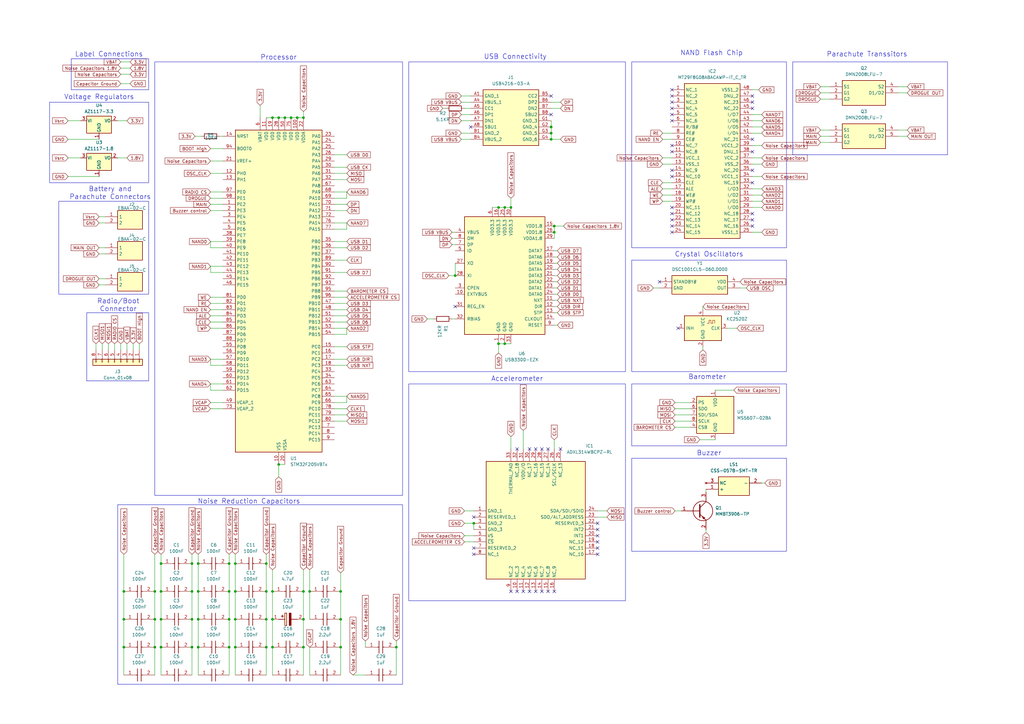
<source format=kicad_sch>
(kicad_sch (version 20231120) (generator "eeschema") (generator_version "8.0")
  (paper "A3")
  (title_block (title "AIS SRAD Flight Computer 2026") (date "2026-01-16") (rev "5") (company "Strath AIS"))
  (junction (at 66.04 242.57))
  (junction (at 109.22 254))
  (junction (at 96.52 265.43))
  (junction (at 50.8 242.57))
  (junction (at 227.33 92.71))
  (junction (at 109.22 231.14))
  (junction (at 81.28 231.14))
  (junction (at 226.06 57.15))
  (junction (at 186.69 113.03))
  (junction (at 66.04 254))
  (junction (at 93.98 265.43))
  (junction (at 114.3 48.26))
  (junction (at 93.98 254))
  (junction (at 124.46 48.26))
  (junction (at 207.01 140.97))
  (junction (at 96.52 254))
  (junction (at 66.04 265.43))
  (junction (at 96.52 242.57))
  (junction (at 114.3 190.5))
  (junction (at 63.5 254))
  (junction (at 63.5 242.57))
  (junction (at 93.98 231.14))
  (junction (at 78.74 254))
  (junction (at 119.38 48.26))
  (junction (at 227.33 95.25))
  (junction (at 81.28 254))
  (junction (at 207.01 85.09))
  (junction (at 50.8 265.43))
  (junction (at 63.5 265.43))
  (junction (at 93.98 242.57))
  (junction (at 111.76 265.43))
  (junction (at 127 242.57))
  (junction (at 121.92 48.26))
  (junction (at 96.52 231.14))
  (junction (at 226.06 54.61))
  (junction (at 204.47 85.09))
  (junction (at 124.46 242.57))
  (junction (at 116.84 48.26))
  (junction (at 124.46 254))
  (junction (at 124.46 265.43))
  (junction (at 162.56 265.43))
  (junction (at 81.28 242.57))
  (junction (at 78.74 231.14))
  (junction (at 194.31 214.63))
  (junction (at 209.55 85.09))
  (junction (at 226.06 52.07))
  (junction (at 66.04 231.14))
  (junction (at 109.22 265.43))
  (junction (at 139.7 265.43))
  (junction (at 81.28 265.43))
  (junction (at 111.76 242.57))
  (junction (at 78.74 242.57))
  (junction (at 78.74 265.43))
  (junction (at 139.7 242.57))
  (junction (at 111.76 48.26))
  (junction (at 50.8 254))
  (junction (at 139.7 254))
  (junction (at 109.22 242.57))
  (junction (at 204.47 140.97))
  (junction (at 111.76 254))
  (no_connect (at 308.61 62.23))
  (no_connect (at 308.61 41.91))
  (no_connect (at 219.71 242.57))
  (no_connect (at 308.61 87.63))
  (no_connect (at 245.11 219.71))
  (no_connect (at 308.61 74.93))
  (no_connect (at 186.69 125.73))
  (no_connect (at 270.51 115.57))
  (no_connect (at 217.17 184.15))
  (no_connect (at 308.61 90.17))
  (no_connect (at 308.61 39.37))
  (no_connect (at 275.59 85.09))
  (no_connect (at 275.59 92.71))
  (no_connect (at 226.06 39.37))
  (no_connect (at 308.61 57.15))
  (no_connect (at 245.11 227.33))
  (no_connect (at 214.63 242.57))
  (no_connect (at 275.59 95.25))
  (no_connect (at 194.31 224.79))
  (no_connect (at 275.59 49.53))
  (no_connect (at 229.87 184.15))
  (no_connect (at 275.59 59.69))
  (no_connect (at 278.13 134.62))
  (no_connect (at 226.06 46.99))
  (no_connect (at 245.11 222.25))
  (no_connect (at 212.09 184.15))
  (no_connect (at 212.09 242.57))
  (no_connect (at 222.25 242.57))
  (no_connect (at 275.59 90.17))
  (no_connect (at 308.61 44.45))
  (no_connect (at 245.11 217.17))
  (no_connect (at 245.11 214.63))
  (no_connect (at 275.59 46.99))
  (no_connect (at 224.79 184.15))
  (no_connect (at 275.59 39.37))
  (no_connect (at 209.55 242.57))
  (no_connect (at 275.59 41.91))
  (no_connect (at 308.61 69.85))
  (no_connect (at 224.79 242.57))
  (no_connect (at 308.61 92.71))
  (no_connect (at 275.59 69.85))
  (no_connect (at 275.59 44.45))
  (no_connect (at 275.59 36.83))
  (no_connect (at 193.04 52.07))
  (no_connect (at 219.71 184.15))
  (no_connect (at 275.59 87.63))
  (no_connect (at 275.59 62.23))
  (no_connect (at 222.25 184.15))
  (no_connect (at 194.31 212.09))
  (no_connect (at 245.11 224.79))
  (no_connect (at 275.59 72.39))
  (no_connect (at 194.31 227.33))
  (no_connect (at 217.17 242.57))
  (no_connect (at 227.33 242.57))
  (wire (pts (xy 86.36 71.12) (xy 91.44 71.12)))
  (wire (pts (xy 276.86 172.72) (xy 283.21 172.72)))
  (wire (pts (xy 86.36 165.1) (xy 91.44 165.1)))
  (wire (pts (xy 86.36 99.06) (xy 91.44 99.06)))
  (wire (pts (xy 137.16 71.12) (xy 142.24 71.12)))
  (wire (pts (xy 124.46 254) (xy 124.46 265.43)))
  (wire (pts (xy 162.56 265.43) (xy 162.56 276.86)))
  (wire (pts (xy 50.8 227.33) (xy 50.8 242.57)))
  (wire (pts (xy 228.6 113.03) (xy 227.33 113.03)))
  (wire (pts (xy 189.23 41.91) (xy 193.04 41.91)))
  (wire (pts (xy 308.61 36.83) (xy 311.15 36.83)))
  (wire (pts (xy 207.01 140.97) (xy 204.47 140.97)))
  (wire (pts (xy 86.36 121.92) (xy 91.44 121.92)))
  (wire (pts (xy 270.51 118.11) (xy 267.97 118.11)))
  (wire (pts (xy 189.23 46.99) (xy 193.04 46.99)))
  (wire (pts (xy 139.7 265.43) (xy 139.7 276.86)))
  (wire (pts (xy 81.28 265.43) (xy 81.28 276.86)))
  (wire (pts (xy 228.6 128.27) (xy 227.33 128.27)))
  (wire (pts (xy 204.47 85.09) (xy 207.01 85.09)))
  (wire (pts (xy 137.16 63.5) (xy 142.24 63.5)))
  (wire (pts (xy 189.23 39.37) (xy 193.04 39.37)))
  (wire (pts (xy 308.61 54.61) (xy 312.42 54.61)))
  (wire (pts (xy 227.33 180.34) (xy 227.33 184.15)))
  (wire (pts (xy 63.5 242.57) (xy 63.5 254)))
  (wire (pts (xy 271.78 64.77) (xy 275.59 64.77)))
  (wire (pts (xy 40.64 104.14) (xy 43.18 104.14)))
  (wire (pts (xy 49.53 27.94) (xy 53.34 27.94)))
  (wire (pts (xy 137.16 83.82) (xy 142.24 83.82)))
  (wire (pts (xy 137.16 172.72) (xy 142.24 172.72)))
  (wire (pts (xy 186.69 97.79) (xy 185.42 97.79)))
  (wire (pts (xy 137.16 86.36) (xy 142.24 86.36)))
  (wire (pts (xy 109.22 265.43) (xy 109.22 276.86)))
  (wire (pts (xy 121.92 48.26) (xy 124.46 48.26)))
  (wire (pts (xy 96.52 254) (xy 96.52 265.43)))
  (wire (pts (xy 86.36 147.32) (xy 91.44 147.32)))
  (wire (pts (xy 40.64 91.44) (xy 43.18 91.44)))
  (wire (pts (xy 228.6 125.73) (xy 227.33 125.73)))
  (wire (pts (xy 44.45 140.97) (xy 44.45 143.51)))
  (wire (pts (xy 271.78 67.31) (xy 275.59 67.31)))
  (wire (pts (xy 91.44 149.86) (xy 86.36 149.86)))
  (wire (pts (xy 86.36 127) (xy 91.44 127)))
  (wire (pts (xy 124.46 242.57) (xy 124.46 254)))
  (wire (pts (xy 308.61 64.77) (xy 312.42 64.77)))
  (wire (pts (xy 137.16 93.98) (xy 142.24 93.98)))
  (wire (pts (xy 228.6 105.41) (xy 227.33 105.41)))
  (wire (pts (xy 137.16 170.18) (xy 142.24 170.18)))
  (wire (pts (xy 96.52 242.57) (xy 96.52 254)))
  (wire (pts (xy 86.36 60.96) (xy 91.44 60.96)))
  (wire (pts (xy 137.16 134.62) (xy 142.24 134.62)))
  (wire (pts (xy 81.28 231.14) (xy 81.28 242.57)))
  (wire (pts (xy 137.16 147.32) (xy 142.24 147.32)))
  (wire (pts (xy 86.36 86.36) (xy 91.44 86.36)))
  (wire (pts (xy 137.16 106.68) (xy 142.24 106.68)))
  (wire (pts (xy 114.3 48.26) (xy 116.84 48.26)))
  (wire (pts (xy 137.16 167.64) (xy 142.24 167.64)))
  (wire (pts (xy 228.6 120.65) (xy 227.33 120.65)))
  (wire (pts (xy 144.78 276.86) (xy 149.86 276.86)))
  (wire (pts (xy 86.36 124.46) (xy 91.44 124.46)))
  (wire (pts (xy 109.22 254) (xy 109.22 265.43)))
  (wire (pts (xy 137.16 99.06) (xy 142.24 99.06)))
  (wire (pts (xy 312.42 198.12) (xy 313.69 198.12)))
  (wire (pts (xy 80.01 55.88) (xy 82.55 55.88)))
  (wire (pts (xy 93.98 265.43) (xy 93.98 276.86)))
  (wire (pts (xy 127 233.68) (xy 127 242.57)))
  (wire (pts (xy 78.74 254) (xy 78.74 265.43)))
  (wire (pts (xy 300.99 160.02) (xy 293.37 160.02)))
  (wire (pts (xy 63.5 227.33) (xy 63.5 242.57)))
  (wire (pts (xy 137.16 132.08) (xy 142.24 132.08)))
  (wire (pts (xy 271.78 74.93) (xy 275.59 74.93)))
  (wire (pts (xy 116.84 48.26) (xy 119.38 48.26)))
  (wire (pts (xy 81.28 254) (xy 81.28 265.43)))
  (wire (pts (xy 190.5 214.63) (xy 194.31 214.63)))
  (wire (pts (xy 78.74 231.14) (xy 78.74 242.57)))
  (wire (pts (xy 336.55 40.64) (xy 340.36 40.64)))
  (wire (pts (xy 49.53 25.4) (xy 53.34 25.4)))
  (wire (pts (xy 27.94 57.15) (xy 40.64 57.15)))
  (wire (pts (xy 86.36 109.22) (xy 91.44 109.22)))
  (wire (pts (xy 149.86 262.89) (xy 149.86 265.43)))
  (wire (pts (xy 308.61 67.31) (xy 312.42 67.31)))
  (wire (pts (xy 40.64 116.84) (xy 43.18 116.84)))
  (wire (pts (xy 66.04 242.57) (xy 66.04 254)))
  (wire (pts (xy 308.61 59.69) (xy 312.42 59.69)))
  (wire (pts (xy 137.16 149.86) (xy 142.24 149.86)))
  (wire (pts (xy 289.56 217.17) (xy 289.56 218.44)))
  (wire (pts (xy 48.26 49.53) (xy 52.07 49.53)))
  (wire (pts (xy 276.86 209.55) (xy 279.4 209.55)))
  (wire (pts (xy 137.16 111.76) (xy 142.24 111.76)))
  (wire (pts (xy 111.76 254) (xy 111.76 265.43)))
  (wire (pts (xy 288.29 142.24) (xy 288.29 143.51)))
  (wire (pts (xy 308.61 85.09) (xy 312.42 85.09)))
  (wire (pts (xy 40.64 101.6) (xy 43.18 101.6)))
  (wire (pts (xy 308.61 52.07) (xy 312.42 52.07)))
  (wire (pts (xy 109.22 227.33) (xy 109.22 231.14)))
  (wire (pts (xy 86.36 149.86) (xy 86.36 147.32)))
  (wire (pts (xy 96.52 265.43) (xy 96.52 276.86)))
  (wire (pts (xy 114.3 190.5) (xy 114.3 195.58)))
  (wire (pts (xy 271.78 57.15) (xy 275.59 57.15)))
  (wire (pts (xy 245.11 212.09) (xy 248.92 212.09)))
  (wire (pts (xy 86.36 101.6) (xy 86.36 99.06)))
  (wire (pts (xy 50.8 254) (xy 50.8 265.43)))
  (wire (pts (xy 86.36 81.28) (xy 91.44 81.28)))
  (wire (pts (xy 41.91 140.97) (xy 41.91 143.51)))
  (wire (pts (xy 139.7 254) (xy 139.7 265.43)))
  (wire (pts (xy 86.36 66.04) (xy 91.44 66.04)))
  (wire (pts (xy 308.61 80.01) (xy 312.42 80.01)))
  (wire (pts (xy 204.47 140.97) (xy 204.47 144.78)))
  (wire (pts (xy 245.11 209.55) (xy 248.92 209.55)))
  (wire (pts (xy 228.6 118.11) (xy 227.33 118.11)))
  (wire (pts (xy 209.55 140.97) (xy 207.01 140.97)))
  (wire (pts (xy 137.16 127) (xy 142.24 127)))
  (wire (pts (xy 368.3 35.56) (xy 372.11 35.56)))
  (wire (pts (xy 228.6 102.87) (xy 227.33 102.87)))
  (wire (pts (xy 81.28 227.33) (xy 81.28 231.14)))
  (wire (pts (xy 288.29 125.73) (xy 288.29 127)))
  (wire (pts (xy 86.36 129.54) (xy 91.44 129.54)))
  (wire (pts (xy 201.93 85.09) (xy 204.47 85.09)))
  (wire (pts (xy 226.06 49.53) (xy 226.06 52.07)))
  (wire (pts (xy 186.69 113.03) (xy 184.15 113.03)))
  (wire (pts (xy 190.5 219.71) (xy 194.31 219.71)))
  (wire (pts (xy 276.86 167.64) (xy 283.21 167.64)))
  (wire (pts (xy 78.74 242.57) (xy 78.74 254)))
  (wire (pts (xy 124.46 265.43) (xy 124.46 276.86)))
  (wire (pts (xy 66.04 227.33) (xy 66.04 231.14)))
  (wire (pts (xy 66.04 231.14) (xy 66.04 242.57)))
  (wire (pts (xy 27.94 49.53) (xy 33.02 49.53)))
  (wire (pts (xy 78.74 265.43) (xy 78.74 276.86)))
  (wire (pts (xy 40.64 114.3) (xy 43.18 114.3)))
  (wire (pts (xy 109.22 48.26) (xy 111.76 48.26)))
  (wire (pts (xy 109.22 242.57) (xy 109.22 254)))
  (wire (pts (xy 137.16 129.54) (xy 142.24 129.54)))
  (wire (pts (xy 181.61 44.45) (xy 182.88 44.45)))
  (wire (pts (xy 124.46 233.68) (xy 124.46 242.57)))
  (wire (pts (xy 127 242.57) (xy 127 254)))
  (wire (pts (xy 308.61 82.55) (xy 312.42 82.55)))
  (wire (pts (xy 186.69 100.33) (xy 185.42 100.33)))
  (wire (pts (xy 106.68 43.18) (xy 106.68 48.26)))
  (wire (pts (xy 66.04 265.43) (xy 66.04 276.86)))
  (wire (pts (xy 186.69 107.95) (xy 186.69 113.03)))
  (wire (pts (xy 336.55 53.34) (xy 340.36 53.34)))
  (wire (pts (xy 226.06 41.91) (xy 229.87 41.91)))
  (wire (pts (xy 368.3 38.1) (xy 372.11 38.1)))
  (wire (pts (xy 49.53 140.97) (xy 49.53 143.51)))
  (wire (pts (xy 190.5 222.25) (xy 194.31 222.25)))
  (wire (pts (xy 228.6 115.57) (xy 227.33 115.57)))
  (wire (pts (xy 39.37 140.97) (xy 39.37 143.51)))
  (wire (pts (xy 209.55 85.09) (xy 209.55 81.28)))
  (wire (pts (xy 142.24 93.98) (xy 142.24 91.44)))
  (wire (pts (xy 57.15 140.97) (xy 57.15 143.51)))
  (wire (pts (xy 189.23 54.61) (xy 193.04 54.61)))
  (wire (pts (xy 54.61 140.97) (xy 54.61 143.51)))
  (wire (pts (xy 142.24 165.1) (xy 142.24 162.56)))
  (wire (pts (xy 86.36 160.02) (xy 86.36 157.48)))
  (wire (pts (xy 137.16 121.92) (xy 142.24 121.92)))
  (wire (pts (xy 194.31 214.63) (xy 194.31 217.17)))
  (wire (pts (xy 137.16 101.6) (xy 142.24 101.6)))
  (wire (pts (xy 137.16 68.58) (xy 142.24 68.58)))
  (wire (pts (xy 114.3 190.5) (xy 116.84 190.5)))
  (wire (pts (xy 63.5 265.43) (xy 63.5 276.86)))
  (wire (pts (xy 93.98 254) (xy 93.98 265.43)))
  (wire (pts (xy 86.36 111.76) (xy 86.36 109.22)))
  (wire (pts (xy 86.36 167.64) (xy 91.44 167.64)))
  (wire (pts (xy 48.26 64.77) (xy 52.07 64.77)))
  (wire (pts (xy 78.74 227.33) (xy 78.74 231.14)))
  (wire (pts (xy 27.94 72.39) (xy 40.64 72.39)))
  (wire (pts (xy 226.06 44.45) (xy 229.87 44.45)))
  (wire (pts (xy 177.8 130.81) (xy 175.26 130.81)))
  (wire (pts (xy 111.76 233.68) (xy 111.76 242.57)))
  (wire (pts (xy 137.16 165.1) (xy 142.24 165.1)))
  (wire (pts (xy 276.86 170.18) (xy 283.21 170.18)))
  (wire (pts (xy 93.98 227.33) (xy 93.98 231.14)))
  (wire (pts (xy 271.78 82.55) (xy 275.59 82.55)))
  (wire (pts (xy 111.76 48.26) (xy 114.3 48.26)))
  (wire (pts (xy 336.55 58.42) (xy 340.36 58.42)))
  (wire (pts (xy 50.8 242.57) (xy 50.8 254)))
  (wire (pts (xy 190.5 44.45) (xy 193.04 44.45)))
  (wire (pts (xy 368.3 53.34) (xy 372.11 53.34)))
  (wire (pts (xy 207.01 85.09) (xy 209.55 85.09)))
  (wire (pts (xy 93.98 231.14) (xy 93.98 242.57)))
  (wire (pts (xy 162.56 262.89) (xy 162.56 265.43)))
  (wire (pts (xy 139.7 234.95) (xy 139.7 242.57)))
  (wire (pts (xy 303.53 118.11) (xy 306.07 118.11)))
  (wire (pts (xy 137.16 142.24) (xy 142.24 142.24)))
  (wire (pts (xy 336.55 38.1) (xy 340.36 38.1)))
  (wire (pts (xy 137.16 162.56) (xy 142.24 162.56)))
  (wire (pts (xy 186.69 130.81) (xy 185.42 130.81)))
  (wire (pts (xy 226.06 54.61) (xy 226.06 57.15)))
  (wire (pts (xy 124.46 45.72) (xy 124.46 48.26)))
  (wire (pts (xy 189.23 49.53) (xy 193.04 49.53)))
  (wire (pts (xy 49.53 34.29) (xy 53.34 34.29)))
  (wire (pts (xy 86.36 78.74) (xy 91.44 78.74)))
  (wire (pts (xy 66.04 254) (xy 66.04 265.43)))
  (wire (pts (xy 142.24 81.28) (xy 142.24 78.74)))
  (wire (pts (xy 226.06 57.15) (xy 229.87 57.15)))
  (wire (pts (xy 139.7 242.57) (xy 139.7 254)))
  (wire (pts (xy 308.61 49.53) (xy 312.42 49.53)))
  (wire (pts (xy 308.61 95.25) (xy 312.42 95.25)))
  (wire (pts (xy 190.5 209.55) (xy 194.31 209.55)))
  (wire (pts (xy 93.98 242.57) (xy 93.98 254)))
  (wire (pts (xy 137.16 78.74) (xy 142.24 78.74)))
  (wire (pts (xy 214.63 176.53) (xy 214.63 184.15)))
  (wire (pts (xy 86.36 134.62) (xy 91.44 134.62)))
  (wire (pts (xy 46.99 140.97) (xy 46.99 143.51)))
  (wire (pts (xy 228.6 133.35) (xy 227.33 133.35)))
  (wire (pts (xy 137.16 91.44) (xy 142.24 91.44)))
  (wire (pts (xy 287.02 180.34) (xy 293.37 180.34)))
  (wire (pts (xy 137.16 73.66) (xy 142.24 73.66)))
  (wire (pts (xy 271.78 54.61) (xy 275.59 54.61)))
  (wire (pts (xy 368.3 55.88) (xy 372.11 55.88)))
  (wire (pts (xy 276.86 165.1) (xy 283.21 165.1)))
  (wire (pts (xy 276.86 175.26) (xy 283.21 175.26)))
  (wire (pts (xy 227.33 92.71) (xy 231.14 92.71)))
  (wire (pts (xy 271.78 77.47) (xy 275.59 77.47)))
  (wire (pts (xy 127 265.43) (xy 127 276.86)))
  (wire (pts (xy 137.16 137.16) (xy 142.24 137.16)))
  (wire (pts (xy 336.55 35.56) (xy 340.36 35.56)))
  (wire (pts (xy 228.6 110.49) (xy 227.33 110.49)))
  (wire (pts (xy 227.33 97.79) (xy 227.33 95.25)))
  (wire (pts (xy 137.16 119.38) (xy 142.24 119.38)))
  (wire (pts (xy 63.5 254) (xy 63.5 265.43)))
  (wire (pts (xy 111.76 265.43) (xy 111.76 276.86)))
  (wire (pts (xy 209.55 179.07) (xy 209.55 184.15)))
  (wire (pts (xy 49.53 30.48) (xy 53.34 30.48)))
  (wire (pts (xy 119.38 48.26) (xy 121.92 48.26)))
  (wire (pts (xy 111.76 242.57) (xy 111.76 254)))
  (wire (pts (xy 227.33 95.25) (xy 227.33 92.71)))
  (wire (pts (xy 336.55 55.88) (xy 340.36 55.88)))
  (wire (pts (xy 90.17 55.88) (xy 91.44 55.88)))
  (wire (pts (xy 137.16 81.28) (xy 142.24 81.28)))
  (wire (pts (xy 40.64 88.9) (xy 43.18 88.9)))
  (wire (pts (xy 308.61 77.47) (xy 312.42 77.47)))
  (wire (pts (xy 228.6 107.95) (xy 227.33 107.95)))
  (wire (pts (xy 308.61 72.39) (xy 312.42 72.39)))
  (wire (pts (xy 50.8 265.43) (xy 50.8 276.86)))
  (wire (pts (xy 81.28 242.57) (xy 81.28 254)))
  (wire (pts (xy 86.36 132.08) (xy 91.44 132.08)))
  (wire (pts (xy 289.56 200.66) (xy 289.56 201.93)))
  (wire (pts (xy 86.36 157.48) (xy 91.44 157.48)))
  (wire (pts (xy 96.52 231.14) (xy 96.52 242.57)))
  (wire (pts (xy 271.78 80.01) (xy 275.59 80.01)))
  (wire (pts (xy 298.45 134.62) (xy 302.26 134.62)))
  (wire (pts (xy 189.23 57.15) (xy 193.04 57.15)))
  (wire (pts (xy 142.24 137.16) (xy 142.24 134.62)))
  (wire (pts (xy 186.69 95.25) (xy 185.42 95.25)))
  (wire (pts (xy 91.44 101.6) (xy 86.36 101.6)))
  (wire (pts (xy 226.06 52.07) (xy 226.06 54.61)))
  (wire (pts (xy 91.44 111.76) (xy 86.36 111.76)))
  (wire (pts (xy 96.52 227.33) (xy 96.52 231.14)))
  (wire (pts (xy 308.61 46.99) (xy 312.42 46.99)))
  (wire (pts (xy 91.44 160.02) (xy 86.36 160.02)))
  (wire (pts (xy 52.07 140.97) (xy 52.07 143.51)))
  (wire (pts (xy 137.16 124.46) (xy 142.24 124.46)))
  (wire (pts (xy 109.22 231.14) (xy 109.22 242.57)))
  (wire (pts (xy 27.94 64.77) (xy 33.02 64.77)))
  (wire (pts (xy 228.6 123.19) (xy 227.33 123.19)))
  (wire (pts (xy 86.36 83.82) (xy 91.44 83.82)))
  (rectangle (start 20.32 41.91) (end 60.96 74.93))
  (rectangle (start 259.08 157.48) (end 322.58 182.88))
  (rectangle (start 259.08 106.68) (end 322.58 152.4))
  (rectangle (start 24.13 82.55) (end 60.96 120.65))
  (rectangle (start 63.5 25.4) (end 165.1 203.2))
  (rectangle (start 259.08 25.4) (end 322.58 101.6))
  (rectangle (start 48.26 207.01) (end 165.1 280.67))
  (rectangle (start 29.21 24.13) (end 60.96 36.83))
  (rectangle (start 325.12 25.4) (end 388.62 63.5))
  (rectangle (start 167.64 157.48) (end 256.54 246.38))
  (rectangle (start 259.08 187.96) (end 322.58 226.06))
  (rectangle (start 35.56 128.27) (end 60.96 156.21))
  (rectangle (start 167.64 25.4) (end 256.54 152.4))
  (text "Label Connections" (at 44.704 22.352 0) (effects (font (size 2 2))))
  (text "Processor" (at 114.3 23.622 0) (effects (font (size 2 2))))
  (text "Voltage Regulators" (at 40.64 39.878 0) (effects (font (size 2 2))))
  (text "USB Connectivity" (at 211.328 23.368 0) (effects (font (size 2 2))))
  (text "Battery and\nParachute Connectors" (at 45.212 79.248 0) (effects (font (size 2 2))))
  (text "Crystal Oscillators" (at 290.83 104.394 0) (effects (font (size 2 2))))
  (text "Barometer" (at 290.068 154.686 0) (effects (font (size 2 2))))
  (text "Noise Reduction Capacitors" (at 102.108 205.74 0) (effects (font (size 2 2))))
  (text "Radio/Boot\nConnector" (at 48.514 125.222 0) (effects (font (size 2 2))))
  (text "NAND Flash Chip" (at 291.846 21.844 0) (effects (font (size 2 2))))
  (text "Buzzer" (at 290.83 185.928 0) (effects (font (size 2 2))))
  (text "Accelerometer" (at 212.09 155.448 0) (effects (font (size 2 2))))
  (text "Parachute Transsitors" (at 355.6 22.352 0) (effects (font (size 2 2))))
  (global_label "WP" (shape input) (at 86.36 134.62 180) (property "Intersheetrefs" "${INTERSHEET_REFS}" (effects (hide yes))))
  (global_label "USB NXT" (shape input) (at 228.6 123.19 0) (property "Intersheetrefs" "${INTERSHEET_REFS}" (effects (hide yes))))
  (global_label "DP" (shape input) (at 229.87 41.91 0) (property "Intersheetrefs" "${INTERSHEET_REFS}" (effects (hide yes))))
  (global_label "MISO1" (shape input) (at 142.24 170.18 0) (property "Intersheetrefs" "${INTERSHEET_REFS}" (effects (hide yes))))
  (global_label "RADIO CS" (shape input) (at 86.36 78.74 180) (property "Intersheetrefs" "${INTERSHEET_REFS}" (effects (hide yes))))
  (global_label "Capacitor Ground" (shape input) (at 78.74 227.33 90) (property "Intersheetrefs" "${INTERSHEET_REFS}" (effects (hide yes))))
  (global_label "GND" (shape input) (at 190.5 214.63 180) (property "Intersheetrefs" "${INTERSHEET_REFS}" (effects (hide yes))))
  (global_label "GND" (shape input) (at 27.94 57.15 180) (property "Intersheetrefs" "${INTERSHEET_REFS}" (effects (hide yes))))
  (global_label "Capacitor Ground" (shape input) (at 109.22 227.33 90) (property "Intersheetrefs" "${INTERSHEET_REFS}" (effects (hide yes))))
  (global_label "Capacitor Ground" (shape input) (at 139.7 234.95 90) (property "Intersheetrefs" "${INTERSHEET_REFS}" (effects (hide yes))))
  (global_label "GND" (shape input) (at 189.23 39.37 180) (property "Intersheetrefs" "${INTERSHEET_REFS}" (effects (hide yes))))
  (global_label "GND" (shape input) (at 229.87 57.15 0) (property "Intersheetrefs" "${INTERSHEET_REFS}" (effects (hide yes))))
  (global_label "VBAT" (shape input) (at 336.55 35.56 180) (property "Intersheetrefs" "${INTERSHEET_REFS}" (effects (hide yes))))
  (global_label "DN" (shape input) (at 189.23 49.53 180) (property "Intersheetrefs" "${INTERSHEET_REFS}" (effects (hide yes))))
  (global_label "BAROMETER CS" (shape input) (at 276.86 175.26 180) (property "Intersheetrefs" "${INTERSHEET_REFS}" (effects (hide yes))))
  (global_label "Buzzer control" (shape input) (at 276.86 209.55 180) (property "Intersheetrefs" "${INTERSHEET_REFS}" (effects (hide yes))))
  (global_label "3.3V" (shape input) (at 106.68 43.18 90) (property "Intersheetrefs" "${INTERSHEET_REFS}" (effects (hide yes))))
  (global_label "CLE" (shape input) (at 86.36 132.08 180) (property "Intersheetrefs" "${INTERSHEET_REFS}" (effects (hide yes))))
  (global_label "NAND2" (shape input) (at 142.24 134.62 0) (property "Intersheetrefs" "${INTERSHEET_REFS}" (effects (hide yes))))
  (global_label "USB D1" (shape input) (at 228.6 118.11 0) (property "Intersheetrefs" "${INTERSHEET_REFS}" (effects (hide yes))))
  (global_label "GND" (shape input) (at 189.23 54.61 180) (property "Intersheetrefs" "${INTERSHEET_REFS}" (effects (hide yes))))
  (global_label "GND" (shape input) (at 27.94 72.39 180) (property "Intersheetrefs" "${INTERSHEET_REFS}" (effects (hide yes))))
  (global_label "3.3V" (shape input) (at 52.07 49.53 0) (property "Intersheetrefs" "${INTERSHEET_REFS}" (effects (hide yes))))
  (global_label "NAND7" (shape input) (at 142.24 91.44 0) (property "Intersheetrefs" "${INTERSHEET_REFS}" (effects (hide yes))))
  (global_label "GND" (shape input) (at 288.29 143.51 270) (property "Intersheetrefs" "${INTERSHEET_REFS}" (effects (hide yes))))
  (global_label "WE" (shape input) (at 271.78 80.01 180) (property "Intersheetrefs" "${INTERSHEET_REFS}" (effects (hide yes))))
  (global_label "OSC_CLK" (shape input) (at 86.36 71.12 180) (property "Intersheetrefs" "${INTERSHEET_REFS}" (effects (hide yes))))
  (global_label "Noise Capacitors" (shape input) (at 209.55 81.28 90) (property "Intersheetrefs" "${INTERSHEET_REFS}" (effects (hide yes))))
  (global_label "OSC_CLK" (shape input) (at 302.26 134.62 0) (property "Intersheetrefs" "${INTERSHEET_REFS}" (effects (hide yes))))
  (global_label "VBAT" (shape input) (at 372.11 53.34 0) (property "Intersheetrefs" "${INTERSHEET_REFS}" (effects (hide yes))))
  (global_label "RE" (shape input) (at 86.36 124.46 180) (property "Intersheetrefs" "${INTERSHEET_REFS}" (effects (hide yes))))
  (global_label "Vsrc" (shape input) (at 27.94 64.77 180) (property "Intersheetrefs" "${INTERSHEET_REFS}" (effects (hide yes))))
  (global_label "USB D2" (shape input) (at 228.6 115.57 0) (property "Intersheetrefs" "${INTERSHEET_REFS}" (effects (hide yes))))
  (global_label "DP" (shape input) (at 142.24 83.82 0) (property "Intersheetrefs" "${INTERSHEET_REFS}" (effects (hide yes))))
  (global_label "DROGUE" (shape input) (at 336.55 40.64 180) (property "Intersheetrefs" "${INTERSHEET_REFS}" (effects (hide yes))))
  (global_label "BAROMETER CS" (shape input) (at 142.24 119.38 0) (property "Intersheetrefs" "${INTERSHEET_REFS}" (effects (hide yes))))
  (global_label "MISO" (shape input) (at 248.92 212.09 0) (property "Intersheetrefs" "${INTERSHEET_REFS}" (effects (hide yes))))
  (global_label "Noise Capacitors" (shape input) (at 190.5 219.71 180) (property "Intersheetrefs" "${INTERSHEET_REFS}" (effects (hide yes))))
  (global_label "USB D3" (shape input) (at 142.24 124.46 0) (property "Intersheetrefs" "${INTERSHEET_REFS}" (effects (hide yes))))
  (global_label "NAND6" (shape input) (at 142.24 78.74 0) (property "Intersheetrefs" "${INTERSHEET_REFS}" (effects (hide yes))))
  (global_label "CLK" (shape input) (at 142.24 106.68 0) (property "Intersheetrefs" "${INTERSHEET_REFS}" (effects (hide yes))))
  (global_label "Noise Capacitors" (shape input) (at 271.78 64.77 180) (property "Intersheetrefs" "${INTERSHEET_REFS}" (effects (hide yes))))
  (global_label "Noise Capacitors" (shape input) (at 86.36 66.04 180) (property "Intersheetrefs" "${INTERSHEET_REFS}" (effects (hide yes))))
  (global_label "USB STP" (shape input) (at 142.24 142.24 0) (property "Intersheetrefs" "${INTERSHEET_REFS}" (effects (hide yes))))
  (global_label "GND" (shape input) (at 53.34 34.29 0) (property "Intersheetrefs" "${INTERSHEET_REFS}" (effects (hide yes))))
  (global_label "CLE" (shape input) (at 271.78 74.93 180) (property "Intersheetrefs" "${INTERSHEET_REFS}" (effects (hide yes))))
  (global_label "Capacitor Ground" (shape input) (at 63.5 227.33 90) (property "Intersheetrefs" "${INTERSHEET_REFS}" (effects (hide yes))))
  (global_label "NAND2" (shape input) (at 312.42 80.01 0) (property "Intersheetrefs" "${INTERSHEET_REFS}" (effects (hide yes))))
  (global_label "NAND4" (shape input) (at 312.42 54.61 0) (property "Intersheetrefs" "${INTERSHEET_REFS}" (effects (hide yes))))
  (global_label "Noise Capacitors" (shape input) (at 124.46 45.72 90) (property "Intersheetrefs" "${INTERSHEET_REFS}" (effects (hide yes))))
  (global_label "CLK" (shape input) (at 276.86 172.72 180) (property "Intersheetrefs" "${INTERSHEET_REFS}" (effects (hide yes))))
  (global_label "3.3V" (shape input) (at 80.01 55.88 180) (property "Intersheetrefs" "${INTERSHEET_REFS}" (effects (hide yes))))
  (global_label "Noise Capacitors" (shape input) (at 288.29 125.73 0) (property "Intersheetrefs" "${INTERSHEET_REFS}" (effects (hide yes))))
  (global_label "Noise Capacitors 1.8V" (shape input) (at 49.53 27.94 180) (property "Intersheetrefs" "${INTERSHEET_REFS}" (effects (hide yes))))
  (global_label "Noise Capacitors" (shape input) (at 49.53 30.48 180) (property "Intersheetrefs" "${INTERSHEET_REFS}" (effects (hide yes))))
  (global_label "NAND5" (shape input) (at 142.24 162.56 0) (property "Intersheetrefs" "${INTERSHEET_REFS}" (effects (hide yes))))
  (global_label "MISO" (shape input) (at 142.24 71.12 0) (property "Intersheetrefs" "${INTERSHEET_REFS}" (effects (hide yes))))
  (global_label "GND" (shape input) (at 49.53 140.97 90) (property "Intersheetrefs" "${INTERSHEET_REFS}" (effects (hide yes))))
  (global_label "GND" (shape input) (at 313.69 198.12 0) (property "Intersheetrefs" "${INTERSHEET_REFS}" (effects (hide yes))))
  (global_label "Capacitor Ground" (shape input) (at 49.53 34.29 180) (property "Intersheetrefs" "${INTERSHEET_REFS}" (effects (hide yes))))
  (global_label "USB D4" (shape input) (at 142.24 127 0) (property "Intersheetrefs" "${INTERSHEET_REFS}" (effects (hide yes))))
  (global_label "NAND0" (shape input) (at 86.36 99.06 180) (property "Intersheetrefs" "${INTERSHEET_REFS}" (effects (hide yes))))
  (global_label "GND" (shape input) (at 114.3 195.58 270) (property "Intersheetrefs" "${INTERSHEET_REFS}" (effects (hide yes))))
  (global_label "Noise Capacitors" (shape input) (at 81.28 227.33 90) (property "Intersheetrefs" "${INTERSHEET_REFS}" (effects (hide yes))))
  (global_label "Capacitor Ground" (shape input) (at 124.46 233.68 90) (property "Intersheetrefs" "${INTERSHEET_REFS}" (effects (hide yes))))
  (global_label "NAND1" (shape input) (at 86.36 109.22 180) (property "Intersheetrefs" "${INTERSHEET_REFS}" (effects (hide yes))))
  (global_label "ACCELEROMETER CS" (shape input) (at 142.24 121.92 0) (property "Intersheetrefs" "${INTERSHEET_REFS}" (effects (hide yes))))
  (global_label "Noise Capacitors" (shape input) (at 50.8 227.33 90) (property "Intersheetrefs" "${INTERSHEET_REFS}" (effects (hide yes))))
  (global_label "VBAT" (shape input) (at 372.11 35.56 0) (property "Intersheetrefs" "${INTERSHEET_REFS}" (effects (hide yes))))
  (global_label "USB D6" (shape input) (at 228.6 105.41 0) (property "Intersheetrefs" "${INTERSHEET_REFS}" (effects (hide yes))))
  (global_label "GND" (shape input) (at 312.42 95.25 0) (property "Intersheetrefs" "${INTERSHEET_REFS}" (effects (hide yes))))
  (global_label "DROGUE" (shape input) (at 86.36 81.28 180) (property "Intersheetrefs" "${INTERSHEET_REFS}" (effects (hide yes))))
  (global_label "NAND7" (shape input) (at 312.42 46.99 0) (property "Intersheetrefs" "${INTERSHEET_REFS}" (effects (hide yes))))
  (global_label "Noise Capacitors" (shape input) (at 111.76 233.68 90) (property "Intersheetrefs" "${INTERSHEET_REFS}" (effects (hide yes))))
  (global_label "GND" (shape input) (at 267.97 118.11 180) (property "Intersheetrefs" "${INTERSHEET_REFS}" (effects (hide yes))))
  (global_label "Noise Capacitors" (shape input) (at 149.86 262.89 90) (property "Intersheetrefs" "${INTERSHEET_REFS}" (effects (hide yes))))
  (global_label "DP" (shape input) (at 189.23 46.99 180) (property "Intersheetrefs" "${INTERSHEET_REFS}" (effects (hide yes))))
  (global_label "GND" (shape input) (at 287.02 180.34 180) (property "Intersheetrefs" "${INTERSHEET_REFS}" (effects (hide yes))))
  (global_label "Noise Capacitors" (shape input) (at 66.04 227.33 90) (property "Intersheetrefs" "${INTERSHEET_REFS}" (effects (hide yes))))
  (global_label "OSC_CLK" (shape input) (at 184.15 113.03 180) (property "Intersheetrefs" "${INTERSHEET_REFS}" (effects (hide yes))))
  (global_label "Vsrc" (shape input) (at 40.64 88.9 180) (property "Intersheetrefs" "${INTERSHEET_REFS}" (effects (hide yes))))
  (global_label "USB VBUS" (shape input) (at 189.23 41.91 180) (property "Intersheetrefs" "${INTERSHEET_REFS}" (effects (hide yes))))
  (global_label "VCAP" (shape input) (at 127 265.43 90) (property "Intersheetrefs" "${INTERSHEET_REFS}" (effects (hide yes))))
  (global_label "VCAP" (shape input) (at 86.36 167.64 180) (property "Intersheetrefs" "${INTERSHEET_REFS}" (effects (hide yes))))
  (global_label "USB CK" (shape input) (at 142.24 68.58 0) (property "Intersheetrefs" "${INTERSHEET_REFS}" (effects (hide yes))))
  (global_label "VCAP" (shape input) (at 86.36 165.1 180) (property "Intersheetrefs" "${INTERSHEET_REFS}" (effects (hide yes))))
  (global_label "VBAT" (shape input) (at 52.07 140.97 90) (property "Intersheetrefs" "${INTERSHEET_REFS}" (effects (hide yes))))
  (global_label "GND" (shape input) (at 40.64 104.14 180) (property "Intersheetrefs" "${INTERSHEET_REFS}" (effects (hide yes))))
  (global_label "WP" (shape input) (at 271.78 82.55 180) (property "Intersheetrefs" "${INTERSHEET_REFS}" (effects (hide yes))))
  (global_label "GND" (shape input) (at 181.61 44.45 180) (property "Intersheetrefs" "${INTERSHEET_REFS}" (effects (hide yes))))
  (global_label "DP" (shape input) (at 185.42 100.33 180) (property "Intersheetrefs" "${INTERSHEET_REFS}" (effects (hide yes))))
  (global_label "Noise Capacitors" (shape input) (at 300.99 160.02 0) (property "Intersheetrefs" "${INTERSHEET_REFS}" (effects (hide yes))))
  (global_label "WE" (shape input) (at 86.36 121.92 180) (property "Intersheetrefs" "${INTERSHEET_REFS}" (effects (hide yes))))
  (global_label "MOSI" (shape input) (at 142.24 73.66 0) (property "Intersheetrefs" "${INTERSHEET_REFS}" (effects (hide yes))))
  (global_label "USB D0" (shape input) (at 228.6 120.65 0) (property "Intersheetrefs" "${INTERSHEET_REFS}" (effects (hide yes))))
  (global_label "GND" (shape input) (at 204.47 144.78 270) (property "Intersheetrefs" "${INTERSHEET_REFS}" (effects (hide yes))))
  (global_label "USB D1" (shape input) (at 142.24 99.06 0) (property "Intersheetrefs" "${INTERSHEET_REFS}" (effects (hide yes))))
  (global_label "3.3V" (shape input) (at 53.34 25.4 0) (property "Intersheetrefs" "${INTERSHEET_REFS}" (effects (hide yes))))
  (global_label "USB D0" (shape input) (at 142.24 63.5 0) (property "Intersheetrefs" "${INTERSHEET_REFS}" (effects (hide yes))))
  (global_label "NAND1" (shape input) (at 312.42 82.55 0) (property "Intersheetrefs" "${INTERSHEET_REFS}" (effects (hide yes))))
  (global_label "ALE" (shape input) (at 271.78 77.47 180) (property "Intersheetrefs" "${INTERSHEET_REFS}" (effects (hide yes))))
  (global_label "3.3V" (shape input) (at 54.61 140.97 90) (property "Intersheetrefs" "${INTERSHEET_REFS}" (effects (hide yes))))
  (global_label "MOSI" (shape input) (at 276.86 170.18 180) (property "Intersheetrefs" "${INTERSHEET_REFS}" (effects (hide yes))))
  (global_label "Vsrc" (shape input) (at 27.94 49.53 180) (property "Intersheetrefs" "${INTERSHEET_REFS}" (effects (hide yes))))
  (global_label "GND" (shape input) (at 40.64 116.84 180) (property "Intersheetrefs" "${INTERSHEET_REFS}" (effects (hide yes))))
  (global_label "MAIN" (shape input) (at 336.55 58.42 180) (property "Intersheetrefs" "${INTERSHEET_REFS}" (effects (hide yes))))
  (global_label "MAIN" (shape input) (at 86.36 83.82 180) (property "Intersheetrefs" "${INTERSHEET_REFS}" (effects (hide yes))))
  (global_label "ACCELEROMETER CS" (shape input) (at 190.5 222.25 180) (property "Intersheetrefs" "${INTERSHEET_REFS}" (effects (hide yes))))
  (global_label "USB D5" (shape input) (at 142.24 129.54 0) (property "Intersheetrefs" "${INTERSHEET_REFS}" (effects (hide yes))))
  (global_label "USB D5" (shape input) (at 228.6 107.95 0) (property "Intersheetrefs" "${INTERSHEET_REFS}" (effects (hide yes))))
  (global_label "GND" (shape input) (at 190.5 209.55 180) (property "Intersheetrefs" "${INTERSHEET_REFS}" (effects (hide yes))))
  (global_label "VBAT" (shape input) (at 49.53 25.4 180) (property "Intersheetrefs" "${INTERSHEET_REFS}" (effects (hide yes))))
  (global_label "NAND4" (shape input) (at 86.36 157.48 180) (property "Intersheetrefs" "${INTERSHEET_REFS}" (effects (hide yes))))
  (global_label "USB STP" (shape input) (at 228.6 128.27 0) (property "Intersheetrefs" "${INTERSHEET_REFS}" (effects (hide yes))))
  (global_label "MAIN OUT" (shape input) (at 372.11 55.88 0) (property "Intersheetrefs" "${INTERSHEET_REFS}" (effects (hide yes))))
  (global_label "MAIN OUT" (shape input) (at 40.64 101.6 180) (property "Intersheetrefs" "${INTERSHEET_REFS}" (effects (hide yes))))
  (global_label "BOOT High" (shape input) (at 86.36 60.96 180) (property "Intersheetrefs" "${INTERSHEET_REFS}" (effects (hide yes))))
  (global_label "VBAT" (shape input) (at 336.55 53.34 180) (property "Intersheetrefs" "${INTERSHEET_REFS}" (effects (hide yes))))
  (global_label "RE" (shape input) (at 271.78 54.61 180) (property "Intersheetrefs" "${INTERSHEET_REFS}" (effects (hide yes))))
  (global_label "USB D7" (shape input) (at 142.24 111.76 0) (property "Intersheetrefs" "${INTERSHEET_REFS}" (effects (hide yes))))
  (global_label "Noise Capacitors" (shape input) (at 312.42 72.39 0) (property "Intersheetrefs" "${INTERSHEET_REFS}" (effects (hide yes))))
  (global_label "Capacitor Ground" (shape input) (at 162.56 262.89 90) (property "Intersheetrefs" "${INTERSHEET_REFS}" (effects (hide yes))))
  (global_label "Noise Capacitors" (shape input) (at 127 233.68 90) (property "Intersheetrefs" "${INTERSHEET_REFS}" (effects (hide yes))))
  (global_label "USB D2" (shape input) (at 142.24 101.6 0) (property "Intersheetrefs" "${INTERSHEET_REFS}" (effects (hide yes))))
  (global_label "DN" (shape input) (at 229.87 44.45 0) (property "Intersheetrefs" "${INTERSHEET_REFS}" (effects (hide yes))))
  (global_label "Noise Capacitors 1.8V" (shape input) (at 144.78 276.86 90) (property "Intersheetrefs" "${INTERSHEET_REFS}" (effects (hide yes))))
  (global_label "CLK1" (shape input) (at 142.24 167.64 0) (property "Intersheetrefs" "${INTERSHEET_REFS}" (effects (hide yes))))
  (global_label "CLK" (shape input) (at 227.33 180.34 90) (property "Intersheetrefs" "${INTERSHEET_REFS}" (effects (hide yes))))
  (global_label "USB DIR" (shape input) (at 228.6 125.73 0) (property "Intersheetrefs" "${INTERSHEET_REFS}" (effects (hide yes))))
  (global_label "1.8V" (shape input) (at 53.34 27.94 0) (property "Intersheetrefs" "${INTERSHEET_REFS}" (effects (hide yes))))
  (global_label "GND" (shape input) (at 271.78 67.31 180) (property "Intersheetrefs" "${INTERSHEET_REFS}" (effects (hide yes))))
  (global_label "DN" (shape input) (at 185.42 97.79 180) (property "Intersheetrefs" "${INTERSHEET_REFS}" (effects (hide yes))))
  (global_label "NAND EN" (shape input) (at 271.78 57.15 180) (property "Intersheetrefs" "${INTERSHEET_REFS}" (effects (hide yes))))
  (global_label "NAND3" (shape input) (at 312.42 77.47 0) (property "Intersheetrefs" "${INTERSHEET_REFS}" (effects (hide yes))))
  (global_label "NAND5" (shape input) (at 312.42 52.07 0) (property "Intersheetrefs" "${INTERSHEET_REFS}" (effects (hide yes))))
  (global_label "MOSI" (shape input) (at 248.92 209.55 0) (property "Intersheetrefs" "${INTERSHEET_REFS}" (effects (hide yes))))
  (global_label "NAND EN" (shape input) (at 86.36 127 180) (property "Intersheetrefs" "${INTERSHEET_REFS}" (effects (hide yes))))
  (global_label "MISO1" (shape input) (at 41.91 140.97 90) (property "Intersheetrefs" "${INTERSHEET_REFS}" (effects (hide yes))))
  (global_label "GND" (shape input) (at 312.42 67.31 0) (property "Intersheetrefs" "${INTERSHEET_REFS}" (effects (hide yes))))
  (global_label "CLK1" (shape input) (at 39.37 140.97 90) (property "Intersheetrefs" "${INTERSHEET_REFS}" (effects (hide yes))))
  (global_label "USB DIR" (shape input) (at 142.24 147.32 0) (property "Intersheetrefs" "${INTERSHEET_REFS}" (effects (hide yes))))
  (global_label "BOOT High" (shape input) (at 57.15 140.97 90) (property "Intersheetrefs" "${INTERSHEET_REFS}" (effects (hide yes))))
  (global_label "GND" (shape input) (at 311.15 36.83 0) (property "Intersheetrefs" "${INTERSHEET_REFS}" (effects (hide yes))))
  (global_label "Capacitor Ground" (shape input) (at 93.98 227.33 90) (property "Intersheetrefs" "${INTERSHEET_REFS}" (effects (hide yes))))
  (global_label "GND" (shape input) (at 276.86 165.1 180) (property "Intersheetrefs" "${INTERSHEET_REFS}" (effects (hide yes))))
  (global_label "NAND6" (shape input) (at 312.42 49.53 0) (property "Intersheetrefs" "${INTERSHEET_REFS}" (effects (hide yes))))
  (global_label "MISO" (shape input) (at 276.86 167.64 180) (property "Intersheetrefs" "${INTERSHEET_REFS}" (effects (hide yes))))
  (global_label "3.3V" (shape input) (at 53.34 30.48 0) (property "Intersheetrefs" "${INTERSHEET_REFS}" (effects (hide yes))))
  (global_label "Noise Capacitors" (shape input) (at 303.53 115.57 0) (property "Intersheetrefs" "${INTERSHEET_REFS}" (effects (hide yes))))
  (global_label "Noise Capacitors" (shape input) (at 214.63 176.53 90) (property "Intersheetrefs" "${INTERSHEET_REFS}" (effects (hide yes))))
  (global_label "USB D3" (shape input) (at 228.6 113.03 0) (property "Intersheetrefs" "${INTERSHEET_REFS}" (effects (hide yes))))
  (global_label "DN" (shape input) (at 142.24 86.36 0) (property "Intersheetrefs" "${INTERSHEET_REFS}" (effects (hide yes))))
  (global_label "USB D6" (shape input) (at 142.24 132.08 0) (property "Intersheetrefs" "${INTERSHEET_REFS}" (effects (hide yes))))
  (global_label "MOSI1" (shape input) (at 44.45 140.97 90) (property "Intersheetrefs" "${INTERSHEET_REFS}" (effects (hide yes))))
  (global_label "ALE" (shape input) (at 86.36 129.54 180) (property "Intersheetrefs" "${INTERSHEET_REFS}" (effects (hide yes))))
  (global_label "DROGUE OUT" (shape input) (at 372.11 38.1 0) (property "Intersheetrefs" "${INTERSHEET_REFS}" (effects (hide yes))))
  (global_label "Noise Capacitors" (shape input) (at 312.42 59.69 0) (property "Intersheetrefs" "${INTERSHEET_REFS}" (effects (hide yes))))
  (global_label "USB VBUS" (shape input) (at 189.23 57.15 180) (property "Intersheetrefs" "${INTERSHEET_REFS}" (effects (hide yes))))
  (global_label "Noise Capacitors" (shape input) (at 96.52 227.33 90) (property "Intersheetrefs" "${INTERSHEET_REFS}" (effects (hide yes))))
  (global_label "USB D4" (shape input) (at 228.6 110.49 0) (property "Intersheetrefs" "${INTERSHEET_REFS}" (effects (hide yes))))
  (global_label "Noise Capacitors 1.8V" (shape input) (at 231.14 92.71 0) (property "Intersheetrefs" "${INTERSHEET_REFS}" (effects (hide yes))))
  (global_label "DROGUE" (shape input) (at 336.55 38.1 180) (property "Intersheetrefs" "${INTERSHEET_REFS}" (effects (hide yes))))
  (global_label "Buzzer control" (shape input) (at 86.36 86.36 180) (property "Intersheetrefs" "${INTERSHEET_REFS}" (effects (hide yes))))
  (global_label "GND" (shape input) (at 175.26 130.81 180) (property "Intersheetrefs" "${INTERSHEET_REFS}" (effects (hide yes))))
  (global_label "GND" (shape input) (at 228.6 133.35 0) (property "Intersheetrefs" "${INTERSHEET_REFS}" (effects (hide yes))))
  (global_label "USB OSC" (shape input) (at 306.07 118.11 0) (property "Intersheetrefs" "${INTERSHEET_REFS}" (effects (hide yes))))
  (global_label "NAND3" (shape input) (at 86.36 147.32 180) (property "Intersheetrefs" "${INTERSHEET_REFS}" (effects (hide yes))))
  (global_label "RADIO CS" (shape input) (at 46.99 140.97 90) (property "Intersheetrefs" "${INTERSHEET_REFS}" (effects (hide yes))))
  (global_label "USB D7" (shape input) (at 228.6 102.87 0) (property "Intersheetrefs" "${INTERSHEET_REFS}" (effects (hide yes))))
  (global_label "NAND0" (shape input) (at 312.42 85.09 0) (property "Intersheetrefs" "${INTERSHEET_REFS}" (effects (hide yes))))
  (global_label "GND" (shape input) (at 209.55 179.07 90) (property "Intersheetrefs" "${INTERSHEET_REFS}" (effects (hide yes))))
  (global_label "MOSI1" (shape input) (at 142.24 172.72 0) (property "Intersheetrefs" "${INTERSHEET_REFS}" (effects (hide yes))))
  (global_label "3.3V" (shape input) (at 289.56 218.44 270) (property "Intersheetrefs" "${INTERSHEET_REFS}" (effects (hide yes))))
  (global_label "Noise Capacitors" (shape input) (at 312.42 64.77 0) (property "Intersheetrefs" "${INTERSHEET_REFS}" (effects (hide yes))))
  (global_label "USB NXT" (shape input) (at 142.24 149.86 0) (property "Intersheetrefs" "${INTERSHEET_REFS}" (effects (hide yes))))
  (global_label "DROGUE OUT" (shape input) (at 40.64 114.3 180) (property "Intersheetrefs" "${INTERSHEET_REFS}" (effects (hide yes))))
  (global_label "USB VBUS" (shape input) (at 185.42 95.25 180) (property "Intersheetrefs" "${INTERSHEET_REFS}" (effects (hide yes))))
  (global_label "GND" (shape input) (at 40.64 91.44 180) (property "Intersheetrefs" "${INTERSHEET_REFS}" (effects (hide yes))))
  (global_label "1.8V" (shape input) (at 52.07 64.77 0) (property "Intersheetrefs" "${INTERSHEET_REFS}" (effects (hide yes))))
  (global_label "MAIN" (shape input) (at 336.55 55.88 180) (property "Intersheetrefs" "${INTERSHEET_REFS}" (effects (hide yes))))
  (symbol (lib_id "SamacSys_Parts:EBAA-02-C") (at 43.18 101.6 0) (unit 1)
    (property "Reference" "J4" (at 52.832 96.52 0) (effects (justify left)))
    (property "Value" "EBAA-02-C" (at 48.26 98.044 0) (effects (justify left)))
    (property "Footprint" "SamacSys_Parts:EBAA02C" (effects (hide yes)))
    (property "Description" "2 Position Wire to Board Terminal Block Horizontal with Board 0.197\" (5.00mm) Through Hole" (effects (hide yes)))
    (property "Height" "12.8778" (effects (hide yes)))
    (property "Mouser Part Number" "737-EBAA-02-C" (effects (hide yes)))
    (property "Mouser Price/Stock" "https://www.mouser.co.uk/ProductDetail/Adam-Tech/EBAA-02-C?qs=HoCaDK9Nz5eFj%252Bd3MYA6ZA%3D%3D" (effects (hide yes)))
    (property "Manufacturer_Name" "Adam Tech" (effects (hide yes)))
    (property "Manufacturer_Part_Number" "EBAA-02-C" (effects (hide yes)))
  )
  (symbol (lib_id "SamacSys_Parts:GRM022R61A104KE01L") (at 66.04 231.14 0) (unit 1)
    (property "Reference" "C1" (at 72.39 223.52 0))
    (property "Value" "100nF" (at 72.39 226.06 0))
    (property "Footprint" "SamacSys_Parts:GRM022C81C222KE01L" (effects (hide yes)))
    (property "Datasheet" "https://search.murata.co.jp/Ceramy/image/img/A01X/G101/ENG/GRM022R61A104KE01-01A.pdf" (effects (hide yes)))
    (property "Description" "Capacitor Ceramic Multilayer (MLCC)" (effects (hide yes)))
    (property "Height" "0.22" (effects (hide yes)))
    (property "Mouser Part Number" "81-GRM022R61A104KE1L" (effects (hide yes)))
    (property "Mouser Price/Stock" "https://www.mouser.co.uk/ProductDetail/Murata-Electronics/GRM022R61A104KE01L?qs=d0WKAl%252BL4KbGNEA7c9Dbcw%3D%3D" (effects (hide yes)))
    (property "Manufacturer_Name" "Murata Electronics" (effects (hide yes)))
    (property "Manufacturer_Part_Number" "GRM022R61A104KE01L" (effects (hide yes)))
  )
  (symbol (lib_id "SamacSys_Parts:MT29F8G08ABACAWP-IT_C_TR") (at 275.59 36.83 0) (unit 1)
    (property "Reference" "IC2" (at 292.1 29.21 0))
    (property "Value" "MT29F8G08ABACAWP-IT_C_TR" (at 292.1 31.75 0))
    (property "Footprint" "SOP50P2000X120-48N" (effects (hide yes)))
    (property "Datasheet" "https://www.datasheets360.com/pdf/3481855029469902910" (effects (hide yes)))
    (property "Description" "NAND Flash SLC 8G 1GX8 TSOP" (effects (hide yes)))
    (property "Height" "1.2" (effects (hide yes)))
    (property "Mouser Part Number" "340-122942-REEL" (effects (hide yes)))
    (property "Mouser Price/Stock" "https://www.mouser.co.uk/ProductDetail/Micron/MT29F8G08ABACAWP-ITC-TR?qs=taEdVNyAfdGdAhYSrsfeLQ%3D%3D" (effects (hide yes)))
    (property "Manufacturer_Name" "Micron" (effects (hide yes)))
    (property "Manufacturer_Part_Number" "MT29F8G08ABACAWP-IT:C TR" (effects (hide yes)))
  )
  (symbol (lib_id "Regulator_Linear:AZ1117-3.3") (at 40.64 49.53 0) (unit 1)
    (property "Reference" "U4" (at 40.64 43.18 0))
    (property "Value" "AZ1117-3.3" (at 40.64 45.72 0))
    (property "Footprint" "Package_TO_SOT_SMD:SOT-223-3_TabPin2" (effects (hide yes)))
    (property "Datasheet" "https://www.diodes.com/assets/Datasheets/AZ1117.pdf" (effects (hide yes)))
    (property "Description" "1A 20V Fixed LDO Linear Regulator, 3.3V, SOT-89/SOT-223/TO-220/TO-252/TO-263" (effects (hide yes)))
  )
  (symbol (lib_id "Device:R") (at 86.36 55.88 90) (unit 1)
    (property "Reference" "R5" (at 86.36 55.372 90))
    (property "Value" "10KR" (at 86.614 56.642 90))
    (property "Footprint" "Resistor_SMD:R_0201_0603Metric" (effects (hide yes)))
    (property "Description" "Resistor" (effects (hide yes)))
  )
  (symbol (lib_id "Regulator_Linear:AZ1117-1.8") (at 40.64 64.77 0) (unit 1)
    (property "Reference" "U3" (at 40.64 58.42 0))
    (property "Value" "AZ1117-1.8" (at 40.64 60.96 0))
    (property "Footprint" "Package_TO_SOT_SMD:SOT-223-3_TabPin2" (effects (hide yes)))
    (property "Datasheet" "https://www.diodes.com/assets/Datasheets/AZ1117.pdf" (effects (hide yes)))
    (property "Description" "1A 20V Fixed LDO Linear Regulator, 1.8V, SOT-89/SOT-223/TO-220/TO-252/TO-263" (effects (hide yes)))
  )
  (symbol (lib_id "Device:R") (at 186.69 44.45 90) (unit 1)
    (property "Reference" "R2" (at 181.61 46.482 90))
    (property "Value" "5.1KR" (at 181.61 49.022 90))
    (property "Footprint" "Resistor_SMD:R_0201_0603Metric" (effects (hide yes)))
    (property "Description" "Resistor" (effects (hide yes)))
  )
  (symbol (lib_id "SamacSys_Parts:MMBT3906-TP") (at 279.4 209.55 0) (unit 1)
    (property "Reference" "Q1" (at 293.37 208.2799 0) (effects (justify left)))
    (property "Value" "MMBT3906-TP" (at 293.37 210.8199 0) (effects (justify left)))
    (property "Footprint" "SamacSys_Parts:SOT95P237X125-3N" (effects (hide yes)))
    (property "Datasheet" "https://mccsemi.com/pdf/Products/MMBT3906(SOT-23).pdf" (effects (hide yes)))
    (property "Description" "Small Signal Bipolar Transistors" (effects (hide yes)))
    (property "Height" "1.25" (effects (hide yes)))
    (property "Mouser Part Number" "833-MMBT3906-TP" (effects (hide yes)))
    (property "Mouser Price/Stock" "https://www.mouser.co.uk/ProductDetail/Micro-Commercial-Components-MCC/MMBT3906-TP?qs=Oupk%2FUD005j0ye332p7kWg%3D%3D" (effects (hide yes)))
    (property "Manufacturer_Name" "MCC" (effects (hide yes)))
    (property "Manufacturer_Part_Number" "MMBT3906-TP" (effects (hide yes)))
  )
  (symbol (lib_id "SamacSys_Parts:GRM022R61A104KE01L") (at 96.52 265.43 0) (unit 1)
    (property "Reference" "C14" (at 102.87 257.81 0))
    (property "Value" "100nF" (at 102.87 260.35 0))
    (property "Footprint" "SamacSys_Parts:GRM022C81C222KE01L" (effects (hide yes)))
    (property "Datasheet" "https://search.murata.co.jp/Ceramy/image/img/A01X/G101/ENG/GRM022R61A104KE01-01A.pdf" (effects (hide yes)))
    (property "Description" "Capacitor Ceramic Multilayer (MLCC)" (effects (hide yes)))
    (property "Height" "0.22" (effects (hide yes)))
    (property "Mouser Part Number" "81-GRM022R61A104KE1L" (effects (hide yes)))
    (property "Mouser Price/Stock" "https://www.mouser.co.uk/ProductDetail/Murata-Electronics/GRM022R61A104KE01L?qs=d0WKAl%252BL4KbGNEA7c9Dbcw%3D%3D" (effects (hide yes)))
    (property "Manufacturer_Name" "Murata Electronics" (effects (hide yes)))
    (property "Manufacturer_Part_Number" "GRM022R61A104KE01L" (effects (hide yes)))
  )
  (symbol (lib_id "SamacSys_Parts:EBAA-02-C") (at 43.18 114.3 0) (unit 1)
    (property "Reference" "J5" (at 52.832 109.22 0) (effects (justify left)))
    (property "Value" "EBAA-02-C" (at 48.26 110.744 0) (effects (justify left)))
    (property "Footprint" "SamacSys_Parts:EBAA02C" (effects (hide yes)))
    (property "Description" "2 Position Wire to Board Terminal Block Horizontal with Board 0.197\" (5.00mm) Through Hole" (effects (hide yes)))
    (property "Height" "12.8778" (effects (hide yes)))
    (property "Mouser Part Number" "737-EBAA-02-C" (effects (hide yes)))
    (property "Mouser Price/Stock" "https://www.mouser.co.uk/ProductDetail/Adam-Tech/EBAA-02-C?qs=HoCaDK9Nz5eFj%252Bd3MYA6ZA%3D%3D" (effects (hide yes)))
    (property "Manufacturer_Name" "Adam Tech" (effects (hide yes)))
    (property "Manufacturer_Part_Number" "EBAA-02-C" (effects (hide yes)))
  )
  (symbol (lib_id "SamacSys_Parts:GRM022R61A104KE01L") (at 66.04 265.43 0) (unit 1)
    (property "Reference" "C4" (at 72.39 257.81 0))
    (property "Value" "100nF" (at 72.39 260.35 0))
    (property "Footprint" "SamacSys_Parts:GRM022C81C222KE01L" (effects (hide yes)))
    (property "Datasheet" "https://search.murata.co.jp/Ceramy/image/img/A01X/G101/ENG/GRM022R61A104KE01-01A.pdf" (effects (hide yes)))
    (property "Description" "Capacitor Ceramic Multilayer (MLCC)" (effects (hide yes)))
    (property "Height" "0.22" (effects (hide yes)))
    (property "Mouser Part Number" "81-GRM022R61A104KE1L" (effects (hide yes)))
    (property "Mouser Price/Stock" "https://www.mouser.co.uk/ProductDetail/Murata-Electronics/GRM022R61A104KE01L?qs=d0WKAl%252BL4KbGNEA7c9Dbcw%3D%3D" (effects (hide yes)))
    (property "Manufacturer_Name" "Murata Electronics" (effects (hide yes)))
    (property "Manufacturer_Part_Number" "GRM022R61A104KE01L" (effects (hide yes)))
  )
  (symbol (lib_id "SamacSys_Parts:GRM035R60J475ME15D") (at 111.76 242.57 0) (unit 1)
    (property "Reference" "C20" (at 118.11 234.95 0))
    (property "Value" "4.7uF" (at 118.11 237.49 0))
    (property "Footprint" "SamacSys_Parts:GRM033D70J224ME01D" (effects (hide yes)))
    (property "Datasheet" "https://search.murata.co.jp/Ceramy/image/img/A01X/G101/ENG/GRM035R60J475ME15-01A.pdf" (effects (hide yes)))
    (property "Description" "Multilayer Ceramic Capacitors MLCC - SMD/SMT 0201 4.7uF 6.3volts *Derate Voltage/Temp" (effects (hide yes)))
    (property "Height" "0.33" (effects (hide yes)))
    (property "Mouser Part Number" "81-GRM035R60J475ME5D" (effects (hide yes)))
    (property "Mouser Price/Stock" "https://www.mouser.co.uk/ProductDetail/Murata-Electronics/GRM035R60J475ME15D?qs=I53XXhTNm8vhFCgPvCZ%252BPQ%3D%3D" (effects (hide yes)))
    (property "Manufacturer_Name" "Murata Electronics" (effects (hide yes)))
    (property "Manufacturer_Part_Number" "GRM035R60J475ME15D" (effects (hide yes)))
  )
  (symbol (lib_id "SamacSys_Parts:ADXL314WBCPZ-RL") (at 194.31 209.55 0) (unit 1)
    (property "Reference" "IC1" (at 241.808 182.88 0))
    (property "Value" "ADXL314WBCPZ-RL" (at 241.808 185.42 0))
    (property "Footprint" "QFN50P500X500X155-33N-D" (effects (hide yes)))
    (property "Datasheet" "https://www.analog.com/media/en/technical-documentation/data-sheets/adxl314.pdf" (effects (hide yes)))
    (property "Description" "Accelerometers Hi-G low power XL for CbM" (effects (hide yes)))
    (property "Height" "1.55" (effects (hide yes)))
    (property "Mouser Part Number" "584-ADXL314WBCPZ-RL" (effects (hide yes)))
    (property "Mouser Price/Stock" "https://www.mouser.co.uk/ProductDetail/Analog-Devices/ADXL314WBCPZ-RL?qs=4ASt3YYao0VqiVnUWLAbOQ%3D%3D" (effects (hide yes)))
    (property "Manufacturer_Name" "Analog Devices" (effects (hide yes)))
    (property "Manufacturer_Part_Number" "ADXL314WBCPZ-RL" (effects (hide yes)))
  )
  (symbol (lib_id "SamacSys_Parts:GRT033R60J105ME13D") (at 149.86 265.43 0) (unit 1)
    (property "Reference" "C28" (at 156.21 257.81 0))
    (property "Value" "1uF" (at 156.21 260.35 0))
    (property "Footprint" "SamacSys_Parts:CAPC0603X33N" (effects (hide yes)))
    (property "Datasheet" "https://search.murata.co.jp/Ceramy/image/img/A01X/G101/ENG/GRT033R60J105ME13-01A.pdf" (effects (hide yes)))
    (property "Description" "Capacitor GRT03 L=0.6mm W=0.3mm T=0.3mm" (effects (hide yes)))
    (property "Height" "0.33" (effects (hide yes)))
    (property "Mouser Part Number" "81-GRT033R60J105ME3D" (effects (hide yes)))
    (property "Mouser Price/Stock" "https://www.mouser.co.uk/ProductDetail/Murata-Electronics/GRT033R60J105ME13D/?qs=qkDYIeTQ%252BElHaHcO8pbKIA%3D%3D" (effects (hide yes)))
    (property "Manufacturer_Name" "Murata Electronics" (effects (hide yes)))
    (property "Manufacturer_Part_Number" "GRT033R60J105ME13D" (effects (hide yes)))
  )
  (symbol (lib_id "SamacSys_Parts:DSC1001CL5-060.0000") (at 270.51 115.57 0) (unit 1)
    (property "Reference" "Y1" (at 287.02 107.95 0))
    (property "Value" "DSC1001CL5-060.0000" (at 287.02 110.49 0))
    (property "Footprint" "DSC6183CI2A032K768" (effects (hide yes)))
    (property "Datasheet" "https://ww1.microchip.com/downloads/en/DeviceDoc/20005529B.pdf" (effects (hide yes)))
    (property "Description" "Standard Clock Oscillators MEMS Oscillator Low Power -40C-105C 10ppm" (effects (hide yes)))
    (property "Height" "0.9" (effects (hide yes)))
    (property "Mouser Part Number" "579-SC1001CL50600000" (effects (hide yes)))
    (property "Mouser Price/Stock" "https://www.mouser.co.uk/ProductDetail/Microchip-Technology/DSC1001CL5-0600000?qs=8cKuZ6Ok2lZk6sekVQfJ0A%3D%3D" (effects (hide yes)))
    (property "Manufacturer_Name" "Microchip" (effects (hide yes)))
    (property "Manufacturer_Part_Number" "DSC1001CL5-060.0000" (effects (hide yes)))
  )
  (symbol (lib_id "SamacSys_Parts:GRM022R61A104KE01L") (at 81.28 231.14 0) (unit 1)
    (property "Reference" "C6" (at 87.63 223.52 0))
    (property "Value" "100nF" (at 87.63 226.06 0))
    (property "Footprint" "SamacSys_Parts:GRM022C81C222KE01L" (effects (hide yes)))
    (property "Datasheet" "https://search.murata.co.jp/Ceramy/image/img/A01X/G101/ENG/GRM022R61A104KE01-01A.pdf" (effects (hide yes)))
    (property "Description" "Capacitor Ceramic Multilayer (MLCC)" (effects (hide yes)))
    (property "Height" "0.22" (effects (hide yes)))
    (property "Mouser Part Number" "81-GRM022R61A104KE1L" (effects (hide yes)))
    (property "Mouser Price/Stock" "https://www.mouser.co.uk/ProductDetail/Murata-Electronics/GRM022R61A104KE01L?qs=d0WKAl%252BL4KbGNEA7c9Dbcw%3D%3D" (effects (hide yes)))
    (property "Manufacturer_Name" "Murata Electronics" (effects (hide yes)))
    (property "Manufacturer_Part_Number" "GRM022R61A104KE01L" (effects (hide yes)))
  )
  (symbol (lib_id "SamacSys_Parts:GRM022R61A104KE01L") (at 50.8 242.57 0) (unit 1)
    (property "Reference" "C24" (at 57.15 234.95 0))
    (property "Value" "100nF" (at 57.15 237.49 0))
    (property "Footprint" "SamacSys_Parts:GRM022C81C222KE01L" (effects (hide yes)))
    (property "Datasheet" "https://search.murata.co.jp/Ceramy/image/img/A01X/G101/ENG/GRM022R61A104KE01-01A.pdf" (effects (hide yes)))
    (property "Description" "Capacitor Ceramic Multilayer (MLCC)" (effects (hide yes)))
    (property "Height" "0.22" (effects (hide yes)))
    (property "Mouser Part Number" "81-GRM022R61A104KE1L" (effects (hide yes)))
    (property "Mouser Price/Stock" "https://www.mouser.co.uk/ProductDetail/Murata-Electronics/GRM022R61A104KE01L?qs=d0WKAl%252BL4KbGNEA7c9Dbcw%3D%3D" (effects (hide yes)))
    (property "Manufacturer_Name" "Murata Electronics" (effects (hide yes)))
    (property "Manufacturer_Part_Number" "GRM022R61A104KE01L" (effects (hide yes)))
  )
  (symbol (lib_id "SamacSys_Parts:GRM022R61A104KE01L") (at 96.52 231.14 0) (unit 1)
    (property "Reference" "C11" (at 102.87 223.52 0))
    (property "Value" "100nF" (at 102.87 226.06 0))
    (property "Footprint" "SamacSys_Parts:GRM022C81C222KE01L" (effects (hide yes)))
    (property "Datasheet" "https://search.murata.co.jp/Ceramy/image/img/A01X/G101/ENG/GRM022R61A104KE01-01A.pdf" (effects (hide yes)))
    (property "Description" "Capacitor Ceramic Multilayer (MLCC)" (effects (hide yes)))
    (property "Height" "0.22" (effects (hide yes)))
    (property "Mouser Part Number" "81-GRM022R61A104KE1L" (effects (hide yes)))
    (property "Mouser Price/Stock" "https://www.mouser.co.uk/ProductDetail/Murata-Electronics/GRM022R61A104KE01L?qs=d0WKAl%252BL4KbGNEA7c9Dbcw%3D%3D" (effects (hide yes)))
    (property "Manufacturer_Name" "Murata Electronics" (effects (hide yes)))
    (property "Manufacturer_Part_Number" "GRM022R61A104KE01L" (effects (hide yes)))
  )
  (symbol (lib_id "SamacSys_Parts:GRM022R61A104KE01L") (at 96.52 276.86 0) (unit 1)
    (property "Reference" "C15" (at 102.87 269.24 0))
    (property "Value" "100nF" (at 102.87 271.78 0))
    (property "Footprint" "SamacSys_Parts:GRM022C81C222KE01L" (effects (hide yes)))
    (property "Datasheet" "https://search.murata.co.jp/Ceramy/image/img/A01X/G101/ENG/GRM022R61A104KE01-01A.pdf" (effects (hide yes)))
    (property "Description" "Capacitor Ceramic Multilayer (MLCC)" (effects (hide yes)))
    (property "Height" "0.22" (effects (hide yes)))
    (property "Mouser Part Number" "81-GRM022R61A104KE1L" (effects (hide yes)))
    (property "Mouser Price/Stock" "https://www.mouser.co.uk/ProductDetail/Murata-Electronics/GRM022R61A104KE01L?qs=d0WKAl%252BL4KbGNEA7c9Dbcw%3D%3D" (effects (hide yes)))
    (property "Manufacturer_Name" "Murata Electronics" (effects (hide yes)))
    (property "Manufacturer_Part_Number" "GRM022R61A104KE01L" (effects (hide yes)))
  )
  (symbol (lib_id "SamacSys_Parts:GRM022R61A104KE01L") (at 81.28 242.57 0) (unit 1)
    (property "Reference" "C7" (at 87.63 234.95 0))
    (property "Value" "100nF" (at 87.63 237.49 0))
    (property "Footprint" "SamacSys_Parts:GRM022C81C222KE01L" (effects (hide yes)))
    (property "Datasheet" "https://search.murata.co.jp/Ceramy/image/img/A01X/G101/ENG/GRM022R61A104KE01-01A.pdf" (effects (hide yes)))
    (property "Description" "Capacitor Ceramic Multilayer (MLCC)" (effects (hide yes)))
    (property "Height" "0.22" (effects (hide yes)))
    (property "Mouser Part Number" "81-GRM022R61A104KE1L" (effects (hide yes)))
    (property "Mouser Price/Stock" "https://www.mouser.co.uk/ProductDetail/Murata-Electronics/GRM022R61A104KE01L?qs=d0WKAl%252BL4KbGNEA7c9Dbcw%3D%3D" (effects (hide yes)))
    (property "Manufacturer_Name" "Murata Electronics" (effects (hide yes)))
    (property "Manufacturer_Part_Number" "GRM022R61A104KE01L" (effects (hide yes)))
  )
  (symbol (lib_id "SamacSys_Parts:EBAA-02-C") (at 43.18 88.9 0) (unit 1)
    (property "Reference" "J2" (at 52.832 83.82 0) (effects (justify left)))
    (property "Value" "EBAA-02-C" (at 48.26 85.344 0) (effects (justify left)))
    (property "Footprint" "SamacSys_Parts:EBAA02C" (effects (hide yes)))
    (property "Description" "2 Position Wire to Board Terminal Block Horizontal with Board 0.197\" (5.00mm) Through Hole" (effects (hide yes)))
    (property "Height" "12.8778" (effects (hide yes)))
    (property "Mouser Part Number" "737-EBAA-02-C" (effects (hide yes)))
    (property "Mouser Price/Stock" "https://www.mouser.co.uk/ProductDetail/Adam-Tech/EBAA-02-C?qs=HoCaDK9Nz5eFj%252Bd3MYA6ZA%3D%3D" (effects (hide yes)))
    (property "Manufacturer_Name" "Adam Tech" (effects (hide yes)))
    (property "Manufacturer_Part_Number" "EBAA-02-C" (effects (hide yes)))
  )
  (symbol (lib_id "SamacSys_Parts:GRT033R60J105ME13D") (at 127 242.57 0) (unit 1)
    (property "Reference" "C21" (at 133.35 234.95 0))
    (property "Value" "1uF" (at 133.35 237.49 0))
    (property "Footprint" "SamacSys_Parts:CAPC0603X33N" (effects (hide yes)))
    (property "Datasheet" "https://search.murata.co.jp/Ceramy/image/img/A01X/G101/ENG/GRT033R60J105ME13-01A.pdf" (effects (hide yes)))
    (property "Description" "Capacitor GRT03 L=0.6mm W=0.3mm T=0.3mm" (effects (hide yes)))
    (property "Height" "0.33" (effects (hide yes)))
    (property "Mouser Part Number" "81-GRT033R60J105ME3D" (effects (hide yes)))
    (property "Mouser Price/Stock" "https://www.mouser.co.uk/ProductDetail/Murata-Electronics/GRT033R60J105ME13D/?qs=qkDYIeTQ%252BElHaHcO8pbKIA%3D%3D" (effects (hide yes)))
    (property "Manufacturer_Name" "Murata Electronics" (effects (hide yes)))
    (property "Manufacturer_Part_Number" "GRT033R60J105ME13D" (effects (hide yes)))
  )
  (symbol (lib_id "SamacSys_Parts:10SVPS10M") (at 111.76 254 0) (unit 1)
    (property "Reference" "C23" (at 118.11 246.38 0))
    (property "Value" "10uF" (at 118.11 248.92 0))
    (property "Footprint" "SamacSys_Parts:10SVPS10M" (effects (hide yes)))
    (property "Datasheet" "http://industrial.panasonic.com/cdbs/www-data/pdf/AAB8000/AAB8000C232.pdf" (effects (hide yes)))
    (property "Description" "Aluminum - Polymer Capacitors Radial, Can - SMD 220mOhm 5000 Hrs @ 105C" (effects (hide yes)))
    (property "Height" "5.5" (effects (hide yes)))
    (property "Mouser Part Number" "667-10SVPS10M" (effects (hide yes)))
    (property "Mouser Price/Stock" "https://www.mouser.co.uk/ProductDetail/Panasonic/10SVPS10M?qs=ZsfFHnjSocuoc6qZXKY4bQ%3D%3D" (effects (hide yes)))
    (property "Manufacturer_Name" "Panasonic" (effects (hide yes)))
    (property "Manufacturer_Part_Number" "10SVPS10M" (effects (hide yes)))
  )
  (symbol (lib_id "SamacSys_Parts:GRM022R61A104KE01L") (at 66.04 276.86 0) (unit 1)
    (property "Reference" "C5" (at 72.39 269.24 0))
    (property "Value" "100nF" (at 72.39 271.78 0))
    (property "Footprint" "SamacSys_Parts:GRM022C81C222KE01L" (effects (hide yes)))
    (property "Datasheet" "https://search.murata.co.jp/Ceramy/image/img/A01X/G101/ENG/GRM022R61A104KE01-01A.pdf" (effects (hide yes)))
    (property "Description" "Capacitor Ceramic Multilayer (MLCC)" (effects (hide yes)))
    (property "Height" "0.22" (effects (hide yes)))
    (property "Mouser Part Number" "81-GRM022R61A104KE1L" (effects (hide yes)))
    (property "Mouser Price/Stock" "https://www.mouser.co.uk/ProductDetail/Murata-Electronics/GRM022R61A104KE01L?qs=d0WKAl%252BL4KbGNEA7c9Dbcw%3D%3D" (effects (hide yes)))
    (property "Manufacturer_Name" "Murata Electronics" (effects (hide yes)))
    (property "Manufacturer_Part_Number" "GRM022R61A104KE01L" (effects (hide yes)))
  )
  (symbol (lib_id "Connector_Generic:Conn_01x08") (at 49.53 148.59 270) (unit 1)
    (property "Reference" "J3" (at 48.26 152.4 90))
    (property "Value" "Conn_01x08" (at 48.26 154.94 90))
    (property "Footprint" "Connector_Hirose:Hirose_DF13-08P-1.25DSA_1x08_P1.25mm_Vertical" (effects (hide yes)))
    (property "Description" "Generic connector, single row, 01x08, script generated (kicad-library-utils/schlib/autogen/connector/)" (effects (hide yes)))
  )
  (symbol (lib_id "SamacSys_Parts:GRM022R61A104KE01L") (at 66.04 254 0) (unit 1)
    (property "Reference" "C3" (at 72.39 246.38 0))
    (property "Value" "100nF" (at 72.39 248.92 0))
    (property "Footprint" "SamacSys_Parts:GRM022C81C222KE01L" (effects (hide yes)))
    (property "Datasheet" "https://search.murata.co.jp/Ceramy/image/img/A01X/G101/ENG/GRM022R61A104KE01-01A.pdf" (effects (hide yes)))
    (property "Description" "Capacitor Ceramic Multilayer (MLCC)" (effects (hide yes)))
    (property "Height" "0.22" (effects (hide yes)))
    (property "Mouser Part Number" "81-GRM022R61A104KE1L" (effects (hide yes)))
    (property "Mouser Price/Stock" "https://www.mouser.co.uk/ProductDetail/Murata-Electronics/GRM022R61A104KE01L?qs=d0WKAl%252BL4KbGNEA7c9Dbcw%3D%3D" (effects (hide yes)))
    (property "Manufacturer_Name" "Murata Electronics" (effects (hide yes)))
    (property "Manufacturer_Part_Number" "GRM022R61A104KE01L" (effects (hide yes)))
  )
  (symbol (lib_id "SamacSys_Parts:GRM033R61A225KE47D") (at 127 265.43 0) (unit 1)
    (property "Reference" "C18" (at 133.35 257.81 0))
    (property "Value" "2.2uF" (at 133.35 260.35 0))
    (property "Footprint" "SamacSys_Parts:GRM033D70J224ME01D" (effects (hide yes)))
    (property "Datasheet" "https://search.murata.co.jp/Ceramy/image/img/A01X/G101/ENG/GRM033R61A225KE47-04A.pdf" (effects (hide yes)))
    (property "Description" "Multilayer Ceramic Capacitors MLCC - SMD/SMT 0201 2.2uF 10volts *Derate Voltage/Temp" (effects (hide yes)))
    (property "Height" "0.33" (effects (hide yes)))
    (property "Mouser Part Number" "81-GRM033R61A225KE7D" (effects (hide yes)))
    (property "Mouser Price/Stock" "https://www.mouser.co.uk/ProductDetail/Murata-Electronics/GRM033R61A225KE47D?qs=I53XXhTNm8tqgHaFsI1bug%3D%3D" (effects (hide yes)))
    (property "Manufacturer_Name" "Murata Electronics" (effects (hide yes)))
    (property "Manufacturer_Part_Number" "GRM033R61A225KE47D" (effects (hide yes)))
  )
  (symbol (lib_id "SamacSys_Parts:GRT033R60J105ME13D") (at 149.86 276.86 0) (unit 1)
    (property "Reference" "C29" (at 156.21 269.24 0))
    (property "Value" "1uF" (at 156.21 271.78 0))
    (property "Footprint" "SamacSys_Parts:CAPC0603X33N" (effects (hide yes)))
    (property "Datasheet" "https://search.murata.co.jp/Ceramy/image/img/A01X/G101/ENG/GRT033R60J105ME13-01A.pdf" (effects (hide yes)))
    (property "Description" "Capacitor GRT03 L=0.6mm W=0.3mm T=0.3mm" (effects (hide yes)))
    (property "Height" "0.33" (effects (hide yes)))
    (property "Mouser Part Number" "81-GRT033R60J105ME3D" (effects (hide yes)))
    (property "Mouser Price/Stock" "https://www.mouser.co.uk/ProductDetail/Murata-Electronics/GRT033R60J105ME13D/?qs=qkDYIeTQ%252BElHaHcO8pbKIA%3D%3D" (effects (hide yes)))
    (property "Manufacturer_Name" "Murata Electronics" (effects (hide yes)))
    (property "Manufacturer_Part_Number" "GRT033R60J105ME13D" (effects (hide yes)))
  )
  (symbol (lib_id "Interface_USB:USB3300-EZK") (at 207.01 113.03 0) (unit 1)
    (property "Reference" "U6" (at 213.995 144.9988 0))
    (property "Value" "USB3300-EZK" (at 213.995 147.5388 0))
    (property "Footprint" "Package_DFN_QFN:QFN-32-1EP_5x5mm_P0.5mm_EP3.45x3.45mm" (effects (hide yes)))
    (property "Datasheet" "http://ww1.microchip.com/downloads/en/DeviceDoc/00001783C.pdf" (effects (hide yes)))
    (property "Description" "Hi-Speed USB Host, Device or OTG PHY with ULPI Interface" (effects (hide yes)))
  )
  (symbol (lib_id "SamacSys_Parts:GRM022R61A104KE01L") (at 111.76 276.86 0) (unit 1)
    (property "Reference" "C17" (at 118.11 269.24 0))
    (property "Value" "100nF" (at 118.11 271.78 0))
    (property "Footprint" "SamacSys_Parts:GRM022C81C222KE01L" (effects (hide yes)))
    (property "Datasheet" "https://search.murata.co.jp/Ceramy/image/img/A01X/G101/ENG/GRM022R61A104KE01-01A.pdf" (effects (hide yes)))
    (property "Description" "Capacitor Ceramic Multilayer (MLCC)" (effects (hide yes)))
    (property "Height" "0.22" (effects (hide yes)))
    (property "Mouser Part Number" "81-GRM022R61A104KE1L" (effects (hide yes)))
    (property "Mouser Price/Stock" "https://www.mouser.co.uk/ProductDetail/Murata-Electronics/GRM022R61A104KE01L?qs=d0WKAl%252BL4KbGNEA7c9Dbcw%3D%3D" (effects (hide yes)))
    (property "Manufacturer_Name" "Murata Electronics" (effects (hide yes)))
    (property "Manufacturer_Part_Number" "GRM022R61A104KE01L" (effects (hide yes)))
  )
  (symbol (lib_id "SamacSys_Parts:GRM022R61A104KE01L") (at 50.8 276.86 0) (unit 1)
    (property "Reference" "C27" (at 57.15 269.24 0))
    (property "Value" "100nF" (at 57.15 271.78 0))
    (property "Footprint" "SamacSys_Parts:GRM022C81C222KE01L" (effects (hide yes)))
    (property "Datasheet" "https://search.murata.co.jp/Ceramy/image/img/A01X/G101/ENG/GRM022R61A104KE01-01A.pdf" (effects (hide yes)))
    (property "Description" "Capacitor Ceramic Multilayer (MLCC)" (effects (hide yes)))
    (property "Height" "0.22" (effects (hide yes)))
    (property "Mouser Part Number" "81-GRM022R61A104KE1L" (effects (hide yes)))
    (property "Mouser Price/Stock" "https://www.mouser.co.uk/ProductDetail/Murata-Electronics/GRM022R61A104KE01L?qs=d0WKAl%252BL4KbGNEA7c9Dbcw%3D%3D" (effects (hide yes)))
    (property "Manufacturer_Name" "Murata Electronics" (effects (hide yes)))
    (property "Manufacturer_Part_Number" "GRM022R61A104KE01L" (effects (hide yes)))
  )
  (symbol (lib_id "MCU_ST_STM32F2:STM32F205VBTx") (at 114.3 119.38 0) (unit 1)
    (property "Reference" "U1" (at 119.0341 187.96 0) (effects (justify left)))
    (property "Value" "STM32F205VBTx" (at 119.0341 190.5 0) (effects (justify left)))
    (property "Footprint" "Package_QFP:LQFP-100_14x14mm_P0.5mm" (effects (hide yes)))
    (property "Datasheet" "https://www.st.com/resource/en/datasheet/stm32f205vb.pdf" (effects (hide yes)))
    (property "Description" "STMicroelectronics Arm Cortex-M3 MCU, 128KB flash, 64KB RAM, 120 MHz, 1.8-3.6V, 82 GPIO, LQFP100" (effects (hide yes)))
  )
  (symbol (lib_id "SamacSys_Parts:GRM022R61A104KE01L") (at 50.8 254 0) (unit 1)
    (property "Reference" "C25" (at 57.15 246.38 0))
    (property "Value" "100nF" (at 57.15 248.92 0))
    (property "Footprint" "SamacSys_Parts:GRM022C81C222KE01L" (effects (hide yes)))
    (property "Datasheet" "https://search.murata.co.jp/Ceramy/image/img/A01X/G101/ENG/GRM022R61A104KE01-01A.pdf" (effects (hide yes)))
    (property "Description" "Capacitor Ceramic Multilayer (MLCC)" (effects (hide yes)))
    (property "Height" "0.22" (effects (hide yes)))
    (property "Mouser Part Number" "81-GRM022R61A104KE1L" (effects (hide yes)))
    (property "Mouser Price/Stock" "https://www.mouser.co.uk/ProductDetail/Murata-Electronics/GRM022R61A104KE01L?qs=d0WKAl%252BL4KbGNEA7c9Dbcw%3D%3D" (effects (hide yes)))
    (property "Manufacturer_Name" "Murata Electronics" (effects (hide yes)))
    (property "Manufacturer_Part_Number" "GRM022R61A104KE01L" (effects (hide yes)))
  )
  (symbol (lib_id "SamacSys_Parts:GRM022R61A104KE01L") (at 81.28 276.86 0) (unit 1)
    (property "Reference" "C10" (at 87.63 269.24 0))
    (property "Value" "100nF" (at 87.63 271.78 0))
    (property "Footprint" "SamacSys_Parts:GRM022C81C222KE01L" (effects (hide yes)))
    (property "Datasheet" "https://search.murata.co.jp/Ceramy/image/img/A01X/G101/ENG/GRM022R61A104KE01-01A.pdf" (effects (hide yes)))
    (property "Description" "Capacitor Ceramic Multilayer (MLCC)" (effects (hide yes)))
    (property "Height" "0.22" (effects (hide yes)))
    (property "Mouser Part Number" "81-GRM022R61A104KE1L" (effects (hide yes)))
    (property "Mouser Price/Stock" "https://www.mouser.co.uk/ProductDetail/Murata-Electronics/GRM022R61A104KE01L?qs=d0WKAl%252BL4KbGNEA7c9Dbcw%3D%3D" (effects (hide yes)))
    (property "Manufacturer_Name" "Murata Electronics" (effects (hide yes)))
    (property "Manufacturer_Part_Number" "GRM022R61A104KE01L" (effects (hide yes)))
  )
  (symbol (lib_id "Sensor_Pressure:MS5607-02BA") (at 293.37 170.18 0) (unit 1)
    (property "Reference" "U5" (at 302.26 168.9099 0) (effects (justify left)))
    (property "Value" "MS5607-02BA" (at 302.26 171.4499 0) (effects (justify left)))
    (property "Footprint" "Package_LGA:LGA-8_3x5mm_P1.25mm" (effects (hide yes)))
    (property "Datasheet" "https://www.te.com/commerce/DocumentDelivery/DDEController?Action=showdoc&DocId=Data+Sheet%7FMS5607-02BA03%7FB2%7Fpdf%7FEnglish%7FENG_DS_MS5607-02BA03_B2.pdf%7FCAT-BLPS0035" (effects (hide yes)))
    (property "Description" "Barometric pressure sensor, 20cm resolution, 10 to 1200 mbar, I2C and SPI interface up to 20MHz, LGA-8" (effects (hide yes)))
  )
  (symbol (lib_id "SamacSys_Parts:GRT033R60J105ME13D") (at 127 254 0) (unit 1)
    (property "Reference" "C22" (at 133.35 246.38 0))
    (property "Value" "1uF" (at 133.35 248.92 0))
    (property "Footprint" "SamacSys_Parts:CAPC0603X33N" (effects (hide yes)))
    (property "Datasheet" "https://search.murata.co.jp/Ceramy/image/img/A01X/G101/ENG/GRT033R60J105ME13-01A.pdf" (effects (hide yes)))
    (property "Description" "Capacitor GRT03 L=0.6mm W=0.3mm T=0.3mm" (effects (hide yes)))
    (property "Height" "0.33" (effects (hide yes)))
    (property "Mouser Part Number" "81-GRT033R60J105ME3D" (effects (hide yes)))
    (property "Mouser Price/Stock" "https://www.mouser.co.uk/ProductDetail/Murata-Electronics/GRT033R60J105ME13D/?qs=qkDYIeTQ%252BElHaHcO8pbKIA%3D%3D" (effects (hide yes)))
    (property "Manufacturer_Name" "Murata Electronics" (effects (hide yes)))
    (property "Manufacturer_Part_Number" "GRT033R60J105ME13D" (effects (hide yes)))
  )
  (symbol (lib_id "SamacSys_Parts:GRM022R61A104KE01L") (at 96.52 254 0) (unit 1)
    (property "Reference" "C13" (at 102.87 246.38 0))
    (property "Value" "100nF" (at 102.87 248.92 0))
    (property "Footprint" "SamacSys_Parts:GRM022C81C222KE01L" (effects (hide yes)))
    (property "Datasheet" "https://search.murata.co.jp/Ceramy/image/img/A01X/G101/ENG/GRM022R61A104KE01-01A.pdf" (effects (hide yes)))
    (property "Description" "Capacitor Ceramic Multilayer (MLCC)" (effects (hide yes)))
    (property "Height" "0.22" (effects (hide yes)))
    (property "Mouser Part Number" "81-GRM022R61A104KE1L" (effects (hide yes)))
    (property "Mouser Price/Stock" "https://www.mouser.co.uk/ProductDetail/Murata-Electronics/GRM022R61A104KE01L?qs=d0WKAl%252BL4KbGNEA7c9Dbcw%3D%3D" (effects (hide yes)))
    (property "Manufacturer_Name" "Murata Electronics" (effects (hide yes)))
    (property "Manufacturer_Part_Number" "GRM022R61A104KE01L" (effects (hide yes)))
  )
  (symbol (lib_id "SamacSys_Parts:GRM022R61A104KE01L") (at 111.76 265.43 0) (unit 1)
    (property "Reference" "C16" (at 118.11 257.81 0))
    (property "Value" "100nF" (at 118.11 260.35 0))
    (property "Footprint" "SamacSys_Parts:GRM022C81C222KE01L" (effects (hide yes)))
    (property "Datasheet" "https://search.murata.co.jp/Ceramy/image/img/A01X/G101/ENG/GRM022R61A104KE01-01A.pdf" (effects (hide yes)))
    (property "Description" "Capacitor Ceramic Multilayer (MLCC)" (effects (hide yes)))
    (property "Height" "0.22" (effects (hide yes)))
    (property "Mouser Part Number" "81-GRM022R61A104KE1L" (effects (hide yes)))
    (property "Mouser Price/Stock" "https://www.mouser.co.uk/ProductDetail/Murata-Electronics/GRM022R61A104KE01L?qs=d0WKAl%252BL4KbGNEA7c9Dbcw%3D%3D" (effects (hide yes)))
    (property "Manufacturer_Name" "Murata Electronics" (effects (hide yes)))
    (property "Manufacturer_Part_Number" "GRM022R61A104KE01L" (effects (hide yes)))
  )
  (symbol (lib_id "Oscillator:KC2520Z") (at 288.29 134.62 0) (unit 1)
    (property "Reference" "U2" (at 302.26 128.3014 0))
    (property "Value" "KC2520Z" (at 302.26 130.8414 0))
    (property "Footprint" "Oscillator:Oscillator_SMD_Kyocera_KC2520Z-4Pin_2.5x2.0mm" (effects (hide yes)))
    (property "Datasheet" "https://global.kyocera.com/prdct/electro/product/pdf/clock_z_xz_e.pdf" (effects (hide yes)))
    (property "Description" "1.8432MHz ~ 125MHz Crystal Oscillator" (effects (hide yes)))
  )
  (symbol (lib_id "SamacSys_Parts:GRM022R61A104KE01L") (at 66.04 242.57 0) (unit 1)
    (property "Reference" "C2" (at 72.39 234.95 0))
    (property "Value" "100nF" (at 72.39 237.49 0))
    (property "Footprint" "SamacSys_Parts:GRM022C81C222KE01L" (effects (hide yes)))
    (property "Datasheet" "https://search.murata.co.jp/Ceramy/image/img/A01X/G101/ENG/GRM022R61A104KE01-01A.pdf" (effects (hide yes)))
    (property "Description" "Capacitor Ceramic Multilayer (MLCC)" (effects (hide yes)))
    (property "Height" "0.22" (effects (hide yes)))
    (property "Mouser Part Number" "81-GRM022R61A104KE1L" (effects (hide yes)))
    (property "Mouser Price/Stock" "https://www.mouser.co.uk/ProductDetail/Murata-Electronics/GRM022R61A104KE01L?qs=d0WKAl%252BL4KbGNEA7c9Dbcw%3D%3D" (effects (hide yes)))
    (property "Manufacturer_Name" "Murata Electronics" (effects (hide yes)))
    (property "Manufacturer_Part_Number" "GRM022R61A104KE01L" (effects (hide yes)))
  )
  (symbol (lib_id "SamacSys_Parts:USB4216-03-A") (at 193.04 39.37 0) (unit 1)
    (property "Reference" "J1" (at 209.55 31.75 0))
    (property "Value" "USB4216-03-A" (at 209.55 34.29 0))
    (property "Footprint" "SamacSys_Parts:USB421603A" (effects (hide yes)))
    (property "Description" "USB Connectors USB C Receptacle, Short Body, USB2.0, 16Pin, Horizontal, SMT" (effects (hide yes)))
    (property "Mouser Part Number" "640-USB4216-03-A" (effects (hide yes)))
    (property "Mouser Price/Stock" "https://www.mouser.co.uk/ProductDetail/GCT/USB4216-03-A?qs=Tc%252BHE9vUsnv1G2UWLFIexA%3D%3D" (effects (hide yes)))
    (property "Manufacturer_Name" "GCT (GLOBAL CONNECTOR TECHNOLOGY)" (effects (hide yes)))
    (property "Manufacturer_Part_Number" "USB4216-03-A" (effects (hide yes)))
  )
  (symbol (lib_id "SamacSys_Parts:DMN2008LFU-7") (at 340.36 35.56 0) (unit 1)
    (property "Reference" "Q2" (at 354.33 27.94 0))
    (property "Value" "DMN2008LFU-7" (at 354.33 30.48 0))
    (property "Footprint" "DMN2008LFU7" (effects (hide yes)))
    (property "Datasheet" "https://www.diodes.com//assets/Datasheets/DMN2008LFU.pdf" (effects (hide yes)))
    (property "Description" "Mosfet Array 20V 14.5A 1W Surface Mount U-DFN2030-6 (Type B)" (effects (hide yes)))
    (property "Height" "0.65" (effects (hide yes)))
    (property "Mouser Part Number" "621-DMN2008LFU-7" (effects (hide yes)))
    (property "Mouser Price/Stock" "https://www.mouser.co.uk/ProductDetail/Diodes-Incorporated/DMN2008LFU-7?qs=rN85NNvew%2FTQdIKMMVh0MQ%3D%3D" (effects (hide yes)))
    (property "Manufacturer_Name" "Diodes Incorporated" (effects (hide yes)))
    (property "Manufacturer_Part_Number" "DMN2008LFU-7" (effects (hide yes)))
  )
  (symbol (lib_id "SamacSys_Parts:GRM033R61A225KE47D") (at 127 276.86 0) (unit 1)
    (property "Reference" "C19" (at 133.35 269.24 0))
    (property "Value" "2.2uF" (at 133.35 271.78 0))
    (property "Footprint" "SamacSys_Parts:GRM033D70J224ME01D" (effects (hide yes)))
    (property "Datasheet" "https://search.murata.co.jp/Ceramy/image/img/A01X/G101/ENG/GRM033R61A225KE47-04A.pdf" (effects (hide yes)))
    (property "Description" "Multilayer Ceramic Capacitors MLCC - SMD/SMT 0201 2.2uF 10volts *Derate Voltage/Temp" (effects (hide yes)))
    (property "Height" "0.33" (effects (hide yes)))
    (property "Mouser Part Number" "81-GRM033R61A225KE7D" (effects (hide yes)))
    (property "Mouser Price/Stock" "https://www.mouser.co.uk/ProductDetail/Murata-Electronics/GRM033R61A225KE47D?qs=I53XXhTNm8tqgHaFsI1bug%3D%3D" (effects (hide yes)))
    (property "Manufacturer_Name" "Murata Electronics" (effects (hide yes)))
    (property "Manufacturer_Part_Number" "GRM033R61A225KE47D" (effects (hide yes)))
  )
  (symbol (lib_id "SamacSys_Parts:CSS-0578-SMT-TR") (at 289.56 198.12 0) (unit 1)
    (property "Reference" "LS1" (at 300.99 190.5 0))
    (property "Value" "CSS-0578-SMT-TR" (at 300.99 193.04 0))
    (property "Footprint" "CSS0578SMTTR" (effects (hide yes)))
    (property "Datasheet" "https://www.sameskydevices.com/product/resource/css-0578-smt-tr.pdf" (effects (hide yes)))
    (property "Description" "5 mm, 3 V, 78 dB, Surface Mount (SMT), Magnetic Audio Transducer Buzzer" (effects (hide yes)))
    (property "Height" "3.5" (effects (hide yes)))
    (property "Mouser Part Number" "490-CSS-0578-SMT-TR" (effects (hide yes)))
    (property "Mouser Price/Stock" "https://www.mouser.co.uk/ProductDetail/CUI-Devices/CSS-0578-SMT-TR?qs=WyjlAZoYn51184PS8eG3Qg%3D%3D" (effects (hide yes)))
    (property "Manufacturer_Name" "Same Sky" (effects (hide yes)))
    (property "Manufacturer_Part_Number" "CSS-0578-SMT-TR" (effects (hide yes)))
  )
  (symbol (lib_id "SamacSys_Parts:DMN2008LFU-7") (at 340.36 53.34 0) (unit 1)
    (property "Reference" "Q3" (at 354.33 45.72 0))
    (property "Value" "DMN2008LFU-7" (at 354.33 48.26 0))
    (property "Footprint" "DMN2008LFU7" (effects (hide yes)))
    (property "Datasheet" "https://www.diodes.com//assets/Datasheets/DMN2008LFU.pdf" (effects (hide yes)))
    (property "Description" "Mosfet Array 20V 14.5A 1W Surface Mount U-DFN2030-6 (Type B)" (effects (hide yes)))
    (property "Height" "0.65" (effects (hide yes)))
    (property "Mouser Part Number" "621-DMN2008LFU-7" (effects (hide yes)))
    (property "Mouser Price/Stock" "https://www.mouser.co.uk/ProductDetail/Diodes-Incorporated/DMN2008LFU-7?qs=rN85NNvew%2FTQdIKMMVh0MQ%3D%3D" (effects (hide yes)))
    (property "Manufacturer_Name" "Diodes Incorporated" (effects (hide yes)))
    (property "Manufacturer_Part_Number" "DMN2008LFU-7" (effects (hide yes)))
  )
  (symbol (lib_id "SamacSys_Parts:GRM022R61A104KE01L") (at 81.28 265.43 0) (unit 1)
    (property "Reference" "C9" (at 87.63 257.81 0))
    (property "Value" "100nF" (at 87.63 260.35 0))
    (property "Footprint" "SamacSys_Parts:GRM022C81C222KE01L" (effects (hide yes)))
    (property "Datasheet" "https://search.murata.co.jp/Ceramy/image/img/A01X/G101/ENG/GRM022R61A104KE01-01A.pdf" (effects (hide yes)))
    (property "Description" "Capacitor Ceramic Multilayer (MLCC)" (effects (hide yes)))
    (property "Height" "0.22" (effects (hide yes)))
    (property "Mouser Part Number" "81-GRM022R61A104KE1L" (effects (hide yes)))
    (property "Mouser Price/Stock" "https://www.mouser.co.uk/ProductDetail/Murata-Electronics/GRM022R61A104KE01L?qs=d0WKAl%252BL4KbGNEA7c9Dbcw%3D%3D" (effects (hide yes)))
    (property "Manufacturer_Name" "Murata Electronics" (effects (hide yes)))
    (property "Manufacturer_Part_Number" "GRM022R61A104KE01L" (effects (hide yes)))
  )
  (symbol (lib_id "Device:R") (at 181.61 130.81 270) (unit 1)
    (property "Reference" "R1" (at 182.8801 133.35 0) (effects (justify left)))
    (property "Value" "12KR" (at 180.3401 133.35 0) (effects (justify left)))
    (property "Footprint" "Resistor_SMD:R_0201_0603Metric" (effects (hide yes)))
    (property "Description" "Resistor" (effects (hide yes)))
  )
  (symbol (lib_id "SamacSys_Parts:GRM022R61A104KE01L") (at 96.52 242.57 0) (unit 1)
    (property "Reference" "C12" (at 102.87 234.95 0))
    (property "Value" "100nF" (at 102.87 237.49 0))
    (property "Footprint" "SamacSys_Parts:GRM022C81C222KE01L" (effects (hide yes)))
    (property "Datasheet" "https://search.murata.co.jp/Ceramy/image/img/A01X/G101/ENG/GRM022R61A104KE01-01A.pdf" (effects (hide yes)))
    (property "Description" "Capacitor Ceramic Multilayer (MLCC)" (effects (hide yes)))
    (property "Height" "0.22" (effects (hide yes)))
    (property "Mouser Part Number" "81-GRM022R61A104KE1L" (effects (hide yes)))
    (property "Mouser Price/Stock" "https://www.mouser.co.uk/ProductDetail/Murata-Electronics/GRM022R61A104KE01L?qs=d0WKAl%252BL4KbGNEA7c9Dbcw%3D%3D" (effects (hide yes)))
    (property "Manufacturer_Name" "Murata Electronics" (effects (hide yes)))
    (property "Manufacturer_Part_Number" "GRM022R61A104KE01L" (effects (hide yes)))
  )
  (symbol (lib_id "SamacSys_Parts:GRM022R61A104KE01L") (at 81.28 254 0) (unit 1)
    (property "Reference" "C8" (at 87.63 246.38 0))
    (property "Value" "100nF" (at 87.63 248.92 0))
    (property "Footprint" "SamacSys_Parts:GRM022C81C222KE01L" (effects (hide yes)))
    (property "Datasheet" "https://search.murata.co.jp/Ceramy/image/img/A01X/G101/ENG/GRM022R61A104KE01-01A.pdf" (effects (hide yes)))
    (property "Description" "Capacitor Ceramic Multilayer (MLCC)" (effects (hide yes)))
    (property "Height" "0.22" (effects (hide yes)))
    (property "Mouser Part Number" "81-GRM022R61A104KE1L" (effects (hide yes)))
    (property "Mouser Price/Stock" "https://www.mouser.co.uk/ProductDetail/Murata-Electronics/GRM022R61A104KE01L?qs=d0WKAl%252BL4KbGNEA7c9Dbcw%3D%3D" (effects (hide yes)))
    (property "Manufacturer_Name" "Murata Electronics" (effects (hide yes)))
    (property "Manufacturer_Part_Number" "GRM022R61A104KE01L" (effects (hide yes)))
  )
  (symbol (lib_id "SamacSys_Parts:GRM022R61A104KE01L") (at 50.8 265.43 0) (unit 1)
    (property "Reference" "C26" (at 57.15 257.81 0))
    (property "Value" "100nF" (at 57.15 260.35 0))
    (property "Footprint" "SamacSys_Parts:GRM022C81C222KE01L" (effects (hide yes)))
    (property "Datasheet" "https://search.murata.co.jp/Ceramy/image/img/A01X/G101/ENG/GRM022R61A104KE01-01A.pdf" (effects (hide yes)))
    (property "Description" "Capacitor Ceramic Multilayer (MLCC)" (effects (hide yes)))
    (property "Height" "0.22" (effects (hide yes)))
    (property "Mouser Part Number" "81-GRM022R61A104KE1L" (effects (hide yes)))
    (property "Mouser Price/Stock" "https://www.mouser.co.uk/ProductDetail/Murata-Electronics/GRM022R61A104KE01L?qs=d0WKAl%252BL4KbGNEA7c9Dbcw%3D%3D" (effects (hide yes)))
    (property "Manufacturer_Name" "Murata Electronics" (effects (hide yes)))
    (property "Manufacturer_Part_Number" "GRM022R61A104KE01L" (effects (hide yes)))
  )
)
</source>
